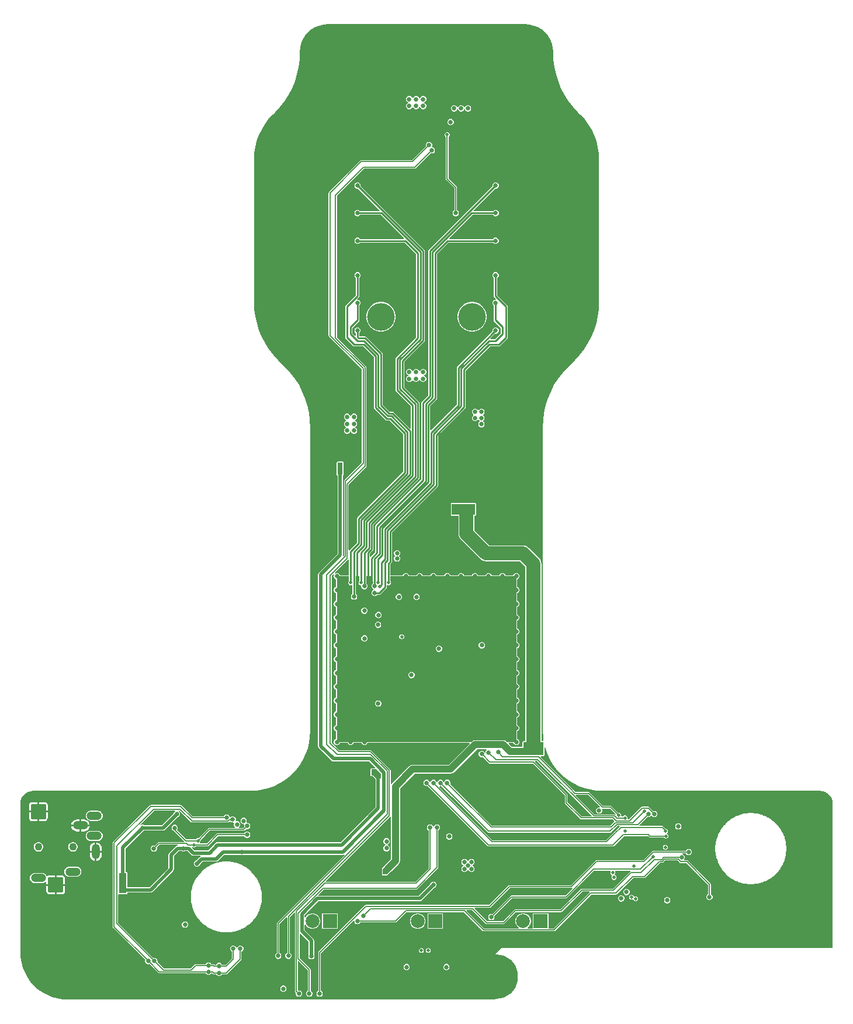
<source format=gbr>
%TF.GenerationSoftware,Altium Limited,Altium Designer,22.5.1 (42)*%
G04 Layer_Physical_Order=3*
G04 Layer_Color=14067636*
%FSLAX45Y45*%
%MOMM*%
%TF.SameCoordinates,09306DCC-7258-43E0-A79C-DC35209E08F8*%
%TF.FilePolarity,Positive*%
%TF.FileFunction,Copper,L3,Inr,Signal*%
%TF.Part,Single*%
G01*
G75*
%TA.AperFunction,Conductor*%
%ADD11C,0.12700*%
%ADD12C,0.50800*%
%ADD83C,0.25400*%
%ADD86C,1.01600*%
%ADD93R,0.74304X1.78190*%
%ADD94R,1.00000X3.00000*%
%ADD95R,2.88070X1.87065*%
%TA.AperFunction,ComponentPad*%
%ADD98C,2.00000*%
%ADD99R,2.00000X2.00000*%
%ADD100C,1.10000*%
G04:AMPARAMS|DCode=101|XSize=2.2mm|YSize=2.2mm|CornerRadius=0.22mm|HoleSize=0mm|Usage=FLASHONLY|Rotation=180.000|XOffset=0mm|YOffset=0mm|HoleType=Round|Shape=RoundedRectangle|*
%AMROUNDEDRECTD101*
21,1,2.20000,1.76000,0,0,180.0*
21,1,1.76000,2.20000,0,0,180.0*
1,1,0.44000,-0.88000,0.88000*
1,1,0.44000,0.88000,0.88000*
1,1,0.44000,0.88000,-0.88000*
1,1,0.44000,-0.88000,-0.88000*
%
%ADD101ROUNDEDRECTD101*%
G04:AMPARAMS|DCode=102|XSize=2.2mm|YSize=1.2mm|CornerRadius=0.6mm|HoleSize=0mm|Usage=FLASHONLY|Rotation=180.000|XOffset=0mm|YOffset=0mm|HoleType=Round|Shape=RoundedRectangle|*
%AMROUNDEDRECTD102*
21,1,2.20000,0.00000,0,0,180.0*
21,1,1.00000,1.20000,0,0,180.0*
1,1,1.20000,-0.50000,0.00000*
1,1,1.20000,0.50000,0.00000*
1,1,1.20000,0.50000,0.00000*
1,1,1.20000,-0.50000,0.00000*
%
%ADD102ROUNDEDRECTD102*%
G04:AMPARAMS|DCode=103|XSize=2.2mm|YSize=1.2mm|CornerRadius=0.6mm|HoleSize=0mm|Usage=FLASHONLY|Rotation=90.000|XOffset=0mm|YOffset=0mm|HoleType=Round|Shape=RoundedRectangle|*
%AMROUNDEDRECTD103*
21,1,2.20000,0.00000,0,0,90.0*
21,1,1.00000,1.20000,0,0,90.0*
1,1,1.20000,0.00000,0.50000*
1,1,1.20000,0.00000,-0.50000*
1,1,1.20000,0.00000,-0.50000*
1,1,1.20000,0.00000,0.50000*
%
%ADD103ROUNDEDRECTD103*%
%TA.AperFunction,ViaPad*%
%ADD104C,6.50000*%
%TA.AperFunction,ComponentPad*%
%ADD105C,4.00000*%
%ADD106C,0.65000*%
%TA.AperFunction,ViaPad*%
%ADD107C,0.46000*%
%ADD108C,0.66000*%
%TA.AperFunction,Conductor*%
%ADD109C,2.03200*%
%ADD110R,3.35000X1.61863*%
G36*
X1489419Y5031729D02*
X1552253Y5016644D01*
X1611953Y4991916D01*
X1667049Y4958152D01*
X1716186Y4916186D01*
X1758152Y4867049D01*
X1791916Y4811953D01*
X1816644Y4752253D01*
X1831729Y4689419D01*
X1835803Y4637663D01*
X1835637Y4625000D01*
X1835637D01*
X1840285Y4518542D01*
X1854194Y4412894D01*
X1877258Y4308861D01*
X1909301Y4207233D01*
X1950079Y4108785D01*
X1999283Y4014266D01*
X2056537Y3924395D01*
X2121406Y3839856D01*
X2193397Y3761292D01*
X2193450Y3761345D01*
X2230606Y3724188D01*
X2232601Y3723362D01*
X2291816Y3658028D01*
X2345532Y3585601D01*
X2391890Y3508258D01*
X2430443Y3426743D01*
X2460822Y3341841D01*
X2482732Y3254371D01*
X2495963Y3165175D01*
X2500289Y3077106D01*
X2499463Y3075111D01*
Y3000000D01*
X2499462Y1013750D01*
X2500325Y1011667D01*
X2495874Y909706D01*
X2482280Y806454D01*
X2459739Y704779D01*
X2428423Y605456D01*
X2388569Y509240D01*
X2340481Y416864D01*
X2284525Y329031D01*
X2221127Y246409D01*
X2152177Y171163D01*
X2150095Y170301D01*
X2043449Y63655D01*
X2043396Y63709D01*
X1971406Y-14855D01*
X1906537Y-99395D01*
X1849282Y-189266D01*
X1800079Y-283785D01*
X1759300Y-382233D01*
X1727257Y-483861D01*
X1704193Y-587894D01*
X1690285Y-693542D01*
X1685637Y-800000D01*
X1685712D01*
X1685712Y-800000D01*
Y-5200000D01*
X1685765Y-5200128D01*
X1689920Y-5284711D01*
X1697014Y-5332534D01*
X1685798Y-5343476D01*
X1665286D01*
Y-2777152D01*
X1665286Y-2777150D01*
X1661358Y-2747312D01*
X1649841Y-2719507D01*
X1631520Y-2695630D01*
X1631519Y-2695630D01*
X1479934Y-2544044D01*
X1456057Y-2525723D01*
X1428252Y-2514206D01*
X1398414Y-2510278D01*
X909964D01*
X694785Y-2295099D01*
Y-2082495D01*
X701999D01*
X711719Y-2078469D01*
X715745Y-2068748D01*
Y-1906886D01*
X711719Y-1897166D01*
X701999Y-1893139D01*
X366999D01*
X357278Y-1897166D01*
X353252Y-1906886D01*
Y-2068748D01*
X357278Y-2078469D01*
X366999Y-2082495D01*
X464212D01*
Y-2342852D01*
X468141Y-2372690D01*
X479658Y-2400495D01*
X497979Y-2424372D01*
X780691Y-2707084D01*
X804568Y-2725405D01*
X832372Y-2736922D01*
X862211Y-2740851D01*
X862213Y-2740850D01*
X1350661D01*
X1434714Y-2824903D01*
Y-5343476D01*
X1404699D01*
X1394979Y-5347502D01*
X1390953Y-5357222D01*
Y-5429099D01*
X1239189D01*
X1192717Y-5382627D01*
X1197577Y-5370894D01*
X1256730D01*
X1261759Y-5383034D01*
X1274614Y-5395890D01*
X1291411Y-5402847D01*
X1309592D01*
X1326388Y-5395890D01*
X1339244Y-5383034D01*
X1346201Y-5366238D01*
Y-5348057D01*
X1339244Y-5331260D01*
X1326388Y-5318405D01*
X1314248Y-5313376D01*
Y-5200919D01*
X1326388Y-5195890D01*
X1339244Y-5183034D01*
X1346201Y-5166238D01*
Y-5148057D01*
X1339244Y-5131261D01*
X1326388Y-5118405D01*
X1314248Y-5113376D01*
Y-5000919D01*
X1326388Y-4995890D01*
X1339244Y-4983034D01*
X1346201Y-4966238D01*
Y-4948057D01*
X1339244Y-4931260D01*
X1326388Y-4918405D01*
X1314248Y-4913376D01*
Y-4800919D01*
X1326388Y-4795890D01*
X1339244Y-4783034D01*
X1346201Y-4766238D01*
Y-4748057D01*
X1339244Y-4731261D01*
X1326388Y-4718405D01*
X1314248Y-4713376D01*
Y-4600919D01*
X1326388Y-4595890D01*
X1339244Y-4583034D01*
X1346201Y-4566238D01*
Y-4548057D01*
X1339244Y-4531260D01*
X1326388Y-4518405D01*
X1314248Y-4513376D01*
Y-4400919D01*
X1326388Y-4395890D01*
X1339244Y-4383034D01*
X1346201Y-4366238D01*
Y-4348057D01*
X1339244Y-4331261D01*
X1326388Y-4318405D01*
X1314248Y-4313376D01*
Y-4200919D01*
X1326388Y-4195890D01*
X1339244Y-4183035D01*
X1346201Y-4166238D01*
Y-4148057D01*
X1339244Y-4131261D01*
X1326388Y-4118405D01*
X1314248Y-4113376D01*
Y-4000919D01*
X1326388Y-3995890D01*
X1339244Y-3983034D01*
X1346201Y-3966238D01*
Y-3948057D01*
X1339244Y-3931260D01*
X1326388Y-3918405D01*
X1314248Y-3913376D01*
Y-3800919D01*
X1326388Y-3795890D01*
X1339244Y-3783034D01*
X1346201Y-3766238D01*
Y-3748057D01*
X1339244Y-3731261D01*
X1326388Y-3718405D01*
X1314248Y-3713376D01*
Y-3600919D01*
X1326388Y-3595890D01*
X1339244Y-3583034D01*
X1346201Y-3566238D01*
Y-3548057D01*
X1339244Y-3531260D01*
X1326388Y-3518405D01*
X1314248Y-3513376D01*
Y-3400919D01*
X1326388Y-3395890D01*
X1339244Y-3383034D01*
X1346201Y-3366238D01*
Y-3348057D01*
X1339244Y-3331261D01*
X1326388Y-3318405D01*
X1314248Y-3313376D01*
Y-3200920D01*
X1326389Y-3195891D01*
X1339245Y-3183036D01*
X1346202Y-3166239D01*
Y-3148058D01*
X1339245Y-3131262D01*
X1326389Y-3118406D01*
X1314248Y-3113377D01*
Y-3000919D01*
X1326388Y-2995890D01*
X1339244Y-2983034D01*
X1346201Y-2966238D01*
Y-2948057D01*
X1339244Y-2931260D01*
X1326388Y-2918405D01*
X1309592Y-2911447D01*
X1291411D01*
X1274614Y-2918405D01*
X1261759Y-2931260D01*
X1256730Y-2943401D01*
X1144270D01*
X1139242Y-2931261D01*
X1126386Y-2918406D01*
X1109589Y-2911448D01*
X1091409D01*
X1074612Y-2918406D01*
X1061756Y-2931261D01*
X1056728Y-2943401D01*
X944270D01*
X939242Y-2931261D01*
X926386Y-2918406D01*
X909589Y-2911448D01*
X891409D01*
X874612Y-2918406D01*
X861756Y-2931261D01*
X856728Y-2943401D01*
X744269D01*
X739241Y-2931261D01*
X726385Y-2918406D01*
X709588Y-2911448D01*
X691408D01*
X674611Y-2918406D01*
X661755Y-2931261D01*
X656727Y-2943401D01*
X544270D01*
X539242Y-2931261D01*
X526386Y-2918406D01*
X509590Y-2911448D01*
X491409D01*
X474612Y-2918406D01*
X461757Y-2931261D01*
X456729Y-2943401D01*
X344270D01*
X339242Y-2931261D01*
X326386Y-2918406D01*
X309590Y-2911448D01*
X291409D01*
X274613Y-2918406D01*
X261757Y-2931261D01*
X256729Y-2943401D01*
X144270D01*
X139242Y-2931261D01*
X126387Y-2918406D01*
X109590Y-2911448D01*
X91409D01*
X74613Y-2918406D01*
X61757Y-2931261D01*
X56729Y-2943401D01*
X-55729D01*
X-60758Y-2931261D01*
X-73613Y-2918406D01*
X-90410Y-2911448D01*
X-108591D01*
X-125387Y-2918406D01*
X-138243Y-2931261D01*
X-143271Y-2943401D01*
X-255729D01*
X-260757Y-2931261D01*
X-273613Y-2918406D01*
X-290410Y-2911448D01*
X-308590D01*
X-325387Y-2918406D01*
X-338243Y-2931261D01*
X-343271Y-2943401D01*
X-524102D01*
Y-2779723D01*
X-509615Y-2765236D01*
X-504001Y-2756834D01*
X-502030Y-2746923D01*
Y-2321708D01*
X158812Y-1660865D01*
X164426Y-1652464D01*
X166398Y-1642553D01*
Y-920227D01*
X558353Y-528272D01*
X563967Y-519870D01*
X565938Y-509959D01*
Y21550D01*
X918490Y374102D01*
X1050000D01*
X1059911Y376074D01*
X1068312Y381688D01*
X1168312Y481688D01*
X1173926Y490089D01*
X1175898Y500000D01*
Y950000D01*
X1173926Y959911D01*
X1168312Y968313D01*
X1025898Y1110727D01*
Y1361269D01*
X1038743Y1374114D01*
X1045700Y1390911D01*
Y1409091D01*
X1038743Y1425888D01*
X1025887Y1438744D01*
X1009090Y1445701D01*
X990910D01*
X974113Y1438744D01*
X961257Y1425888D01*
X954300Y1409091D01*
Y1390911D01*
X961257Y1374114D01*
X974102Y1361269D01*
Y1100000D01*
X976074Y1090090D01*
X981688Y1081688D01*
X1004975Y1058400D01*
X999714Y1045700D01*
X990910D01*
X974113Y1038743D01*
X961257Y1025887D01*
X954300Y1009091D01*
Y990910D01*
X961257Y974114D01*
X974102Y961269D01*
Y750000D01*
X976074Y740089D01*
X981688Y731688D01*
X1074103Y639273D01*
Y560727D01*
X989273Y475898D01*
X929116D01*
X924256Y487631D01*
X990925Y554300D01*
X1009090D01*
X1025887Y561257D01*
X1038743Y574113D01*
X1045700Y590910D01*
Y609090D01*
X1038743Y625887D01*
X1025887Y638743D01*
X1009090Y645700D01*
X990910D01*
X974113Y638743D01*
X961257Y625887D01*
X954300Y609090D01*
Y590925D01*
X445528Y82153D01*
X439915Y73751D01*
X437943Y63841D01*
Y-467669D01*
X63831Y-841781D01*
X52098Y-836921D01*
Y-490441D01*
X144512Y-398027D01*
X150126Y-389625D01*
X152097Y-379714D01*
Y1707709D01*
X318491Y1874102D01*
X961269D01*
X974113Y1861258D01*
X990910Y1854301D01*
X1009091D01*
X1025887Y1861258D01*
X1038743Y1874114D01*
X1045700Y1890910D01*
Y1909091D01*
X1038743Y1925887D01*
X1025887Y1938743D01*
X1009091Y1945700D01*
X990910D01*
X974113Y1938743D01*
X961268Y1925898D01*
X332998D01*
X328138Y1937631D01*
X664610Y2274103D01*
X961269D01*
X974113Y2261258D01*
X990910Y2254301D01*
X1009090D01*
X1025887Y2261258D01*
X1038743Y2274114D01*
X1045700Y2290910D01*
Y2309091D01*
X1038743Y2325888D01*
X1025887Y2338743D01*
X1009090Y2345701D01*
X990910D01*
X974113Y2338743D01*
X961268Y2325898D01*
X679116D01*
X674255Y2337631D01*
X990925Y2654301D01*
X1009090D01*
X1025887Y2661258D01*
X1038743Y2674114D01*
X1045700Y2690910D01*
Y2709091D01*
X1038743Y2725887D01*
X1025887Y2738743D01*
X1009090Y2745700D01*
X990910D01*
X974113Y2738743D01*
X961257Y2725887D01*
X954300Y2709091D01*
Y2690925D01*
X31688Y1768313D01*
X26074Y1759911D01*
X24102Y1750000D01*
Y-337424D01*
X-68312Y-429839D01*
X-73926Y-438240D01*
X-75897Y-448151D01*
Y-1552918D01*
X-736740Y-2213760D01*
X-742354Y-2222162D01*
X-744325Y-2232073D01*
Y-2605320D01*
X-811402Y-2672397D01*
X-824102Y-2667137D01*
Y-2630135D01*
X-775286Y-2581319D01*
X-769673Y-2572917D01*
X-767701Y-2563007D01*
Y-2503227D01*
X-767702Y-2503222D01*
Y-2211662D01*
X-106860Y-1550820D01*
X-101246Y-1542418D01*
X-99275Y-1532508D01*
Y-451707D01*
X-101246Y-441796D01*
X-106860Y-433394D01*
X-324102Y-216152D01*
Y147851D01*
X-31688Y440266D01*
X-26074Y448668D01*
X-24102Y458579D01*
Y1750000D01*
X-26074Y1759911D01*
X-31688Y1768313D01*
X-954300Y2690926D01*
Y2709091D01*
X-961258Y2725888D01*
X-974113Y2738743D01*
X-990910Y2745701D01*
X-1009091D01*
X-1025887Y2738743D01*
X-1038743Y2725888D01*
X-1045700Y2709091D01*
Y2690910D01*
X-1038743Y2674114D01*
X-1025887Y2661258D01*
X-1009091Y2654301D01*
X-990925D01*
X-674256Y2337631D01*
X-679116Y2325898D01*
X-961268D01*
X-974113Y2338743D01*
X-990910Y2345700D01*
X-1009090D01*
X-1025887Y2338743D01*
X-1038743Y2325887D01*
X-1045700Y2309091D01*
Y2290910D01*
X-1038743Y2274114D01*
X-1025887Y2261258D01*
X-1009090Y2254301D01*
X-990910D01*
X-974113Y2261258D01*
X-961268Y2274103D01*
X-664609D01*
X-328137Y1937631D01*
X-332997Y1925898D01*
X-961268D01*
X-974113Y1938743D01*
X-990909Y1945700D01*
X-1009090D01*
X-1025887Y1938743D01*
X-1038742Y1925887D01*
X-1045700Y1909091D01*
Y1890910D01*
X-1038742Y1874113D01*
X-1025887Y1861258D01*
X-1009090Y1854300D01*
X-990909D01*
X-974113Y1861258D01*
X-961268Y1874103D01*
X-318490D01*
X-152097Y1707710D01*
Y500869D01*
X-444512Y208454D01*
X-450126Y200052D01*
X-452098Y190142D01*
Y-258442D01*
X-450126Y-268353D01*
X-444512Y-276755D01*
X-227270Y-493997D01*
Y-811750D01*
X-239003Y-816610D01*
X-270087Y-785526D01*
X-270090Y-785522D01*
X-473925Y-581687D01*
X-482327Y-576073D01*
X-492238Y-574101D01*
X-535391D01*
X-636003Y-473490D01*
Y261900D01*
X-637974Y271811D01*
X-643588Y280213D01*
X-869788Y506413D01*
X-878190Y512027D01*
X-888100Y513998D01*
X-973491D01*
X-974102Y514609D01*
Y561268D01*
X-961257Y574113D01*
X-954300Y590910D01*
Y609091D01*
X-961257Y625887D01*
X-974113Y638743D01*
X-990909Y645700D01*
X-1009090D01*
X-1025887Y638743D01*
X-1038742Y625887D01*
X-1045700Y609091D01*
Y590910D01*
X-1038742Y574113D01*
X-1025897Y561268D01*
Y529116D01*
X-1037631Y524256D01*
X-1074102Y560728D01*
Y639273D01*
X-981687Y731688D01*
X-976073Y740090D01*
X-974102Y750000D01*
Y961269D01*
X-961257Y974114D01*
X-954300Y990910D01*
Y1009091D01*
X-961257Y1025887D01*
X-974113Y1038743D01*
X-990910Y1045700D01*
X-999714D01*
X-1004975Y1058400D01*
X-981687Y1081688D01*
X-976073Y1090090D01*
X-974102Y1100000D01*
Y1361269D01*
X-961258Y1374114D01*
X-954300Y1390910D01*
Y1409091D01*
X-961258Y1425888D01*
X-974113Y1438743D01*
X-990910Y1445701D01*
X-1009091D01*
X-1025887Y1438743D01*
X-1038743Y1425888D01*
X-1045700Y1409091D01*
Y1390910D01*
X-1038743Y1374114D01*
X-1025897Y1361268D01*
Y1110728D01*
X-1168312Y968313D01*
X-1173926Y959911D01*
X-1175897Y950000D01*
Y500000D01*
X-1173926Y490090D01*
X-1168312Y481688D01*
X-1068312Y381688D01*
X-1059910Y376074D01*
X-1050000Y374103D01*
X-918490D01*
X-763998Y219610D01*
Y-227799D01*
X-763997Y-227804D01*
Y-515781D01*
X-762025Y-525692D01*
X-756411Y-534094D01*
X-595994Y-694511D01*
X-587592Y-700125D01*
X-577681Y-702097D01*
X-534528D01*
X-341569Y-895056D01*
Y-1442873D01*
X-1002411Y-2103716D01*
X-1008025Y-2112117D01*
X-1009996Y-2122028D01*
Y-2473372D01*
X-1117877Y-2581252D01*
X-1119745Y-2581161D01*
X-1130577Y-2577183D01*
Y-1632150D01*
X-875007Y-1376580D01*
X-870797Y-1370278D01*
X-869318Y-1362845D01*
Y65016D01*
X-870797Y72449D01*
X-875007Y78750D01*
X-1299451Y503194D01*
Y2550756D01*
X-905049Y2945158D01*
X-168589D01*
X-161156Y2946636D01*
X-154855Y2950847D01*
X61058Y3166760D01*
X67522Y3164083D01*
X85703D01*
X102499Y3171040D01*
X115355Y3183896D01*
X122312Y3200692D01*
Y3218873D01*
X115355Y3235669D01*
X102499Y3248525D01*
X85749Y3255463D01*
X85701Y3255485D01*
X78318Y3268183D01*
X82040Y3277168D01*
Y3295349D01*
X75083Y3312146D01*
X62227Y3325001D01*
X45430Y3331959D01*
X27250D01*
X10453Y3325001D01*
X-2403Y3312146D01*
X-9360Y3295349D01*
Y3277168D01*
X-6682Y3270705D01*
X-211051Y3066337D01*
X-946418D01*
X-946419Y3066337D01*
X-953852Y3064858D01*
X-960154Y3060648D01*
X-1412980Y2607822D01*
X-1417190Y2601521D01*
X-1418669Y2594088D01*
Y529440D01*
X-1417190Y522007D01*
X-1412980Y515706D01*
X-937379Y40106D01*
Y-1313967D01*
X-1189134Y-1565722D01*
X-1193345Y-1572023D01*
X-1194823Y-1579456D01*
Y-1639479D01*
Y-2661355D01*
X-1203654Y-2668604D01*
X-1213388Y-2661232D01*
X-1211154Y-2650000D01*
Y-1501421D01*
X-1202632Y-1497891D01*
X-1198606Y-1488171D01*
Y-1309981D01*
X-1202632Y-1300261D01*
X-1212352Y-1296234D01*
X-1286657D01*
X-1296377Y-1300261D01*
X-1300403Y-1309981D01*
Y-1488171D01*
X-1296377Y-1497891D01*
X-1288847Y-1501010D01*
Y-2633909D01*
X-1559966Y-2905028D01*
X-1568386Y-2917631D01*
X-1571344Y-2932497D01*
Y-5417503D01*
X-1568386Y-5432369D01*
X-1559966Y-5444971D01*
X-1377468Y-5627469D01*
X-1364866Y-5635889D01*
X-1350000Y-5638846D01*
X-831048D01*
X-744339Y-5725555D01*
X-749199Y-5737289D01*
X-796022D01*
X-805742Y-5741315D01*
X-809769Y-5751035D01*
Y-5837999D01*
X-805742Y-5847719D01*
X-796022Y-5851745D01*
X-779716D01*
X-738846Y-5892616D01*
Y-6302434D01*
X-1243367Y-6806954D01*
X-3027494D01*
X-3042360Y-6809911D01*
X-3054962Y-6818332D01*
X-3161426Y-6924796D01*
X-3360996D01*
X-3398123Y-6887668D01*
X-3393943Y-6873888D01*
X-3393550Y-6873810D01*
X-3392095Y-6875265D01*
X-3378973Y-6880700D01*
X-3364771D01*
X-3351650Y-6875265D01*
X-3341607Y-6865222D01*
X-3341276Y-6864423D01*
X-3173710D01*
X-3166277Y-6862944D01*
X-3159976Y-6858734D01*
X-3020665Y-6719423D01*
X-2641420D01*
X-2638743Y-6725887D01*
X-2625887Y-6738743D01*
X-2609090Y-6745700D01*
X-2590909D01*
X-2574113Y-6738743D01*
X-2561257Y-6725887D01*
X-2554300Y-6709090D01*
Y-6690910D01*
X-2561257Y-6674113D01*
X-2574113Y-6661257D01*
X-2590909Y-6654300D01*
X-2609090D01*
X-2625887Y-6661257D01*
X-2638743Y-6674113D01*
X-2641420Y-6680577D01*
X-3028711D01*
X-3036144Y-6682055D01*
X-3042445Y-6686266D01*
X-3181756Y-6825577D01*
X-3282891D01*
X-3288151Y-6812877D01*
X-3282064Y-6806789D01*
X-3276629Y-6793668D01*
Y-6779465D01*
X-3276960Y-6778666D01*
X-3212029Y-6713735D01*
X-3212028Y-6713734D01*
X-3138201Y-6639908D01*
X-2647486D01*
X-2640053Y-6638429D01*
X-2633751Y-6634219D01*
X-2615554Y-6616022D01*
X-2609091Y-6618699D01*
X-2590910D01*
X-2574113Y-6611742D01*
X-2561258Y-6598886D01*
X-2554300Y-6582089D01*
Y-6563909D01*
X-2561258Y-6547112D01*
X-2574113Y-6534256D01*
X-2590910Y-6527299D01*
X-2598096D01*
X-2606582Y-6514599D01*
X-2604300Y-6509090D01*
Y-6490910D01*
X-2611257Y-6474113D01*
X-2624113Y-6461257D01*
X-2640910Y-6454300D01*
X-2659090D01*
X-2675887Y-6461257D01*
X-2688743Y-6474113D01*
X-2695700Y-6490910D01*
Y-6509090D01*
X-2688743Y-6525887D01*
X-2675887Y-6538743D01*
X-2659090Y-6545700D01*
X-2651904D01*
X-2643418Y-6558400D01*
X-2645700Y-6563909D01*
Y-6582089D01*
X-2643023Y-6588553D01*
X-2655531Y-6601061D01*
X-2718273D01*
X-2721252Y-6590417D01*
X-2721339Y-6588361D01*
X-2708865Y-6575887D01*
X-2701907Y-6559091D01*
Y-6540910D01*
X-2708865Y-6524113D01*
X-2721720Y-6511257D01*
X-2738517Y-6504300D01*
X-2756698D01*
X-2756803Y-6504344D01*
X-2766523Y-6494624D01*
X-2763030Y-6486191D01*
Y-6468010D01*
X-2769988Y-6451213D01*
X-2782843Y-6438358D01*
X-2799640Y-6431400D01*
X-2817821D01*
X-2834617Y-6438358D01*
X-2838100Y-6441841D01*
X-2841975Y-6441757D01*
X-2852261Y-6438041D01*
X-2857758Y-6424770D01*
X-2870614Y-6411914D01*
X-2887410Y-6404957D01*
X-2905591D01*
X-2922387Y-6411914D01*
X-2935243Y-6424770D01*
X-2937920Y-6431234D01*
X-3391298D01*
X-3548269Y-6274263D01*
X-3554570Y-6270052D01*
X-3562003Y-6268574D01*
X-3997522D01*
X-3997523Y-6268573D01*
X-4004956Y-6270052D01*
X-4011257Y-6274263D01*
X-4011258Y-6274263D01*
X-4540176Y-6803181D01*
X-4544386Y-6809482D01*
X-4545865Y-6816915D01*
Y-8033230D01*
X-4544386Y-8040663D01*
X-4540176Y-8046964D01*
X-4076440Y-8510700D01*
X-4079118Y-8517164D01*
Y-8535344D01*
X-4072161Y-8552141D01*
X-4059305Y-8564997D01*
X-4042508Y-8571954D01*
X-4024327D01*
X-4017864Y-8569276D01*
X-3890139Y-8697001D01*
X-3890139Y-8697002D01*
X-3883837Y-8701212D01*
X-3876404Y-8702690D01*
X-3202182D01*
X-3199505Y-8709154D01*
X-3186649Y-8722010D01*
X-3169853Y-8728967D01*
X-3151672D01*
X-3134875Y-8722010D01*
X-3122020Y-8709154D01*
X-3119885Y-8704001D01*
X-3107609Y-8702809D01*
X-3096183Y-8714235D01*
X-3089882Y-8718446D01*
X-3082448Y-8719924D01*
X-3048568D01*
X-3045891Y-8726388D01*
X-3033035Y-8739244D01*
X-3016238Y-8746201D01*
X-2998058D01*
X-2981261Y-8739244D01*
X-2968405Y-8726388D01*
X-2965728Y-8719924D01*
X-2900501D01*
X-2893068Y-8718446D01*
X-2886767Y-8714235D01*
X-2686266Y-8513735D01*
X-2686266Y-8513734D01*
X-2682055Y-8507433D01*
X-2680577Y-8500000D01*
Y-8391420D01*
X-2674113Y-8388743D01*
X-2661257Y-8375887D01*
X-2654300Y-8359090D01*
Y-8340910D01*
X-2661257Y-8324113D01*
X-2674113Y-8311257D01*
X-2690910Y-8304300D01*
X-2709090D01*
X-2725887Y-8311257D01*
X-2738743Y-8324113D01*
X-2743127Y-8334698D01*
X-2756873D01*
X-2761257Y-8324113D01*
X-2774113Y-8311257D01*
X-2790910Y-8304300D01*
X-2809090D01*
X-2825887Y-8311257D01*
X-2838743Y-8324113D01*
X-2845700Y-8340910D01*
Y-8359090D01*
X-2838743Y-8375887D01*
X-2825887Y-8388743D01*
X-2819423Y-8391420D01*
Y-8491955D01*
X-2908546Y-8581078D01*
X-2965728D01*
X-2968405Y-8574614D01*
X-2981261Y-8561758D01*
X-2998058Y-8554801D01*
X-3016238D01*
X-3033035Y-8561758D01*
X-3045891Y-8574614D01*
X-3048568Y-8581078D01*
X-3070115D01*
X-3071975Y-8579217D01*
X-3078276Y-8575007D01*
X-3085709Y-8573528D01*
X-3119342D01*
X-3122020Y-8567065D01*
X-3134875Y-8554209D01*
X-3151672Y-8547252D01*
X-3169853D01*
X-3186649Y-8554209D01*
X-3199505Y-8567065D01*
X-3202182Y-8573528D01*
X-3348386D01*
X-3355819Y-8575007D01*
X-3362120Y-8579217D01*
X-3421347Y-8638444D01*
X-3804424D01*
X-3901061Y-8541807D01*
X-3898383Y-8535344D01*
Y-8517163D01*
X-3905340Y-8500367D01*
X-3918196Y-8487511D01*
X-3934993Y-8480554D01*
X-3953173D01*
X-3959637Y-8483231D01*
X-4468616Y-7974252D01*
Y-7567418D01*
X-4455916Y-7561296D01*
X-4450000Y-7563746D01*
X-4350000D01*
X-4340280Y-7559720D01*
X-4336253Y-7550000D01*
Y-7538846D01*
X-4000000D01*
X-3985134Y-7535889D01*
X-3972532Y-7527469D01*
X-3672531Y-7227468D01*
X-3664111Y-7214866D01*
X-3661153Y-7200000D01*
Y-7004703D01*
X-3590872Y-6934422D01*
X-3548464D01*
X-3531918Y-6941275D01*
X-3513737D01*
X-3497192Y-6934422D01*
X-3461244D01*
X-3404555Y-6991111D01*
X-3391953Y-6999532D01*
X-3377087Y-7002489D01*
X-3279040D01*
X-3276978Y-7008920D01*
X-3276927Y-7015189D01*
X-3287916Y-7022531D01*
X-3335648Y-7070263D01*
X-3352194Y-7077117D01*
X-3365050Y-7089972D01*
X-3372007Y-7106769D01*
Y-7124950D01*
X-3365050Y-7141746D01*
X-3352194Y-7154602D01*
X-3335397Y-7161559D01*
X-3317217D01*
X-3300420Y-7154602D01*
X-3287564Y-7141746D01*
X-3280711Y-7125200D01*
X-3244357Y-7088846D01*
X-3050000D01*
X-3035134Y-7085889D01*
X-3022531Y-7077468D01*
X-2933909Y-6988847D01*
X-2700637D01*
X-2684091Y-6995700D01*
X-2665910D01*
X-2649364Y-6988847D01*
X-1212710D01*
X-1197844Y-6985890D01*
X-1190242Y-6980810D01*
X-1182146Y-6990675D01*
X-2163734Y-7972263D01*
X-2167945Y-7978564D01*
X-2169423Y-7985997D01*
Y-8408580D01*
X-2175887Y-8411257D01*
X-2188743Y-8424113D01*
X-2195700Y-8440910D01*
Y-8459091D01*
X-2188743Y-8475887D01*
X-2175887Y-8488743D01*
X-2159090Y-8495700D01*
X-2140910D01*
X-2124113Y-8488743D01*
X-2111257Y-8475887D01*
X-2104300Y-8459091D01*
Y-8440910D01*
X-2111257Y-8424113D01*
X-2124113Y-8411257D01*
X-2130577Y-8408580D01*
Y-7994042D01*
X-2032123Y-7895588D01*
X-2019423Y-7900849D01*
Y-8408580D01*
X-2025887Y-8411257D01*
X-2038742Y-8424113D01*
X-2045700Y-8440910D01*
Y-8459091D01*
X-2038742Y-8475887D01*
X-2025887Y-8488743D01*
X-2009090Y-8495700D01*
X-1990909D01*
X-1974113Y-8488743D01*
X-1961257Y-8475887D01*
X-1954300Y-8459091D01*
Y-8440910D01*
X-1961257Y-8424113D01*
X-1974113Y-8411257D01*
X-1980577Y-8408580D01*
Y-7891301D01*
X-1915952Y-7826677D01*
X-1904219Y-7831538D01*
Y-8965204D01*
X-1902741Y-8972637D01*
X-1898530Y-8978938D01*
X-1893022Y-8984446D01*
X-1895700Y-8990910D01*
Y-9009090D01*
X-1888742Y-9025887D01*
X-1875887Y-9038743D01*
X-1859090Y-9045700D01*
X-1840909D01*
X-1824113Y-9038743D01*
X-1811257Y-9025887D01*
X-1804300Y-9009090D01*
Y-8990910D01*
X-1811257Y-8974113D01*
X-1824113Y-8961257D01*
X-1840909Y-8954300D01*
X-1859090D01*
X-1865373Y-8950102D01*
Y-8528689D01*
X-1853640Y-8523829D01*
X-1719423Y-8658045D01*
Y-8958580D01*
X-1725887Y-8961257D01*
X-1738743Y-8974113D01*
X-1745700Y-8990910D01*
Y-9009090D01*
X-1738743Y-9025887D01*
X-1725887Y-9038743D01*
X-1709090Y-9045700D01*
X-1690909D01*
X-1674113Y-9038743D01*
X-1661257Y-9025887D01*
X-1654300Y-9009090D01*
Y-8990910D01*
X-1661257Y-8974113D01*
X-1674113Y-8961257D01*
X-1680577Y-8958580D01*
Y-8650000D01*
X-1682055Y-8642567D01*
X-1686266Y-8636266D01*
X-1839973Y-8482558D01*
Y-8132925D01*
X-1827273Y-8127664D01*
X-1707608Y-8247329D01*
Y-8431621D01*
X-1714462Y-8448167D01*
Y-8466348D01*
X-1707505Y-8483144D01*
X-1694649Y-8496000D01*
X-1677852Y-8502957D01*
X-1659672D01*
X-1642875Y-8496000D01*
X-1630019Y-8483144D01*
X-1623062Y-8466348D01*
Y-8448167D01*
X-1629915Y-8431621D01*
Y-8231238D01*
X-1632873Y-8216372D01*
X-1641293Y-8203769D01*
X-1766384Y-8078679D01*
Y-8006146D01*
X-1753684Y-8002743D01*
X-1744182Y-8019199D01*
X-1723199Y-8040182D01*
X-1697501Y-8055020D01*
X-1668837Y-8062700D01*
X-1639163D01*
X-1610499Y-8055020D01*
X-1584800Y-8040182D01*
X-1563818Y-8019199D01*
X-1548980Y-7993500D01*
X-1541300Y-7964837D01*
Y-7935163D01*
X-1548980Y-7906499D01*
X-1563818Y-7880800D01*
X-1584800Y-7859817D01*
X-1610499Y-7844980D01*
X-1639163Y-7837300D01*
X-1668837D01*
X-1697501Y-7844980D01*
X-1723199Y-7859817D01*
X-1744182Y-7880800D01*
X-1753684Y-7897256D01*
X-1766384Y-7893853D01*
Y-7860860D01*
X-1566716Y-7661193D01*
X-97407D01*
X-82541Y-7658236D01*
X-69938Y-7649815D01*
X109342Y-7470534D01*
X125888Y-7463681D01*
X138744Y-7450825D01*
X145701Y-7434029D01*
Y-7415848D01*
X138744Y-7399051D01*
X125888Y-7386196D01*
X109091Y-7379238D01*
X90911D01*
X74114Y-7386196D01*
X61258Y-7399051D01*
X54405Y-7415597D01*
X-113498Y-7583500D01*
X-1562760D01*
X-1567621Y-7571766D01*
X-1486976Y-7491121D01*
X-147841D01*
X-140408Y-7489643D01*
X-134107Y-7485433D01*
X163736Y-7187590D01*
X167946Y-7181289D01*
X169424Y-7173856D01*
Y-6636359D01*
X175888Y-6633681D01*
X188744Y-6620825D01*
X195701Y-6604029D01*
Y-6585848D01*
X188744Y-6569052D01*
X175888Y-6556196D01*
X159092Y-6549239D01*
X140911D01*
X124114Y-6556196D01*
X111259Y-6569052D01*
X106874Y-6579636D01*
X93128D01*
X88744Y-6569051D01*
X75888Y-6556195D01*
X59091Y-6549238D01*
X40911D01*
X24114Y-6556195D01*
X11258Y-6569051D01*
X4301Y-6585848D01*
Y-6604028D01*
X11258Y-6620825D01*
X24114Y-6633681D01*
X30578Y-6636358D01*
Y-7191954D01*
X-158045Y-7380577D01*
X-1453259D01*
X-1458119Y-7368844D01*
X-527443Y-6438167D01*
X-521303Y-6439193D01*
X-514743Y-6442765D01*
Y-7052429D01*
X-601794Y-7139481D01*
X-603599Y-7142182D01*
X-643628Y-7182211D01*
X-647654Y-7191931D01*
X-647654Y-7191932D01*
X-647653Y-7275733D01*
X-643627Y-7285453D01*
X-633907Y-7289479D01*
X-575733D01*
X-566013Y-7285453D01*
X-566012Y-7285453D01*
X-514360Y-7233801D01*
X-510232Y-7231042D01*
X-404218Y-7125028D01*
X-390183Y-7104024D01*
X-385254Y-7079247D01*
Y-6026816D01*
X-173182Y-5814744D01*
X350000D01*
X374776Y-5809816D01*
X395781Y-5795781D01*
X732677Y-5458885D01*
X866937D01*
X871434Y-5471585D01*
X861758Y-5481261D01*
X854801Y-5498057D01*
Y-5510631D01*
X842101Y-5513157D01*
X839244Y-5506260D01*
X826388Y-5493404D01*
X809592Y-5486447D01*
X791411D01*
X774615Y-5493404D01*
X761759Y-5506260D01*
X754802Y-5523057D01*
Y-5541237D01*
X761759Y-5558034D01*
X774615Y-5570890D01*
X791411Y-5577847D01*
X809592D01*
X816056Y-5575169D01*
X904620Y-5663734D01*
X910921Y-5667944D01*
X918355Y-5669423D01*
X1541954D01*
X2004862Y-6132331D01*
Y-6237003D01*
X2006341Y-6244436D01*
X2010551Y-6250737D01*
X2227713Y-6467899D01*
X2234015Y-6472109D01*
X2241448Y-6473588D01*
X2696119D01*
X2719676Y-6497145D01*
X2720528Y-6502193D01*
X2718717Y-6514147D01*
X2664130Y-6568735D01*
X946203D01*
X463734Y-6086265D01*
X343022Y-5965554D01*
X345700Y-5959090D01*
Y-5940910D01*
X338743Y-5924113D01*
X325887Y-5911257D01*
X309090Y-5904300D01*
X290910D01*
X274113Y-5911257D01*
X261257Y-5924113D01*
X256873Y-5934697D01*
X243127D01*
X238743Y-5924113D01*
X225887Y-5911257D01*
X209091Y-5904300D01*
X190910D01*
X174113Y-5911257D01*
X161257Y-5924113D01*
X156873Y-5934698D01*
X143127D01*
X138743Y-5924113D01*
X125887Y-5911257D01*
X109090Y-5904300D01*
X90910D01*
X74113Y-5911257D01*
X61257Y-5924113D01*
X56873Y-5934698D01*
X43127D01*
X38743Y-5924113D01*
X25887Y-5911257D01*
X9090Y-5904300D01*
X-9090D01*
X-25887Y-5911257D01*
X-38743Y-5924113D01*
X-45700Y-5940910D01*
Y-5959090D01*
X-38743Y-5975887D01*
X-25887Y-5988743D01*
X-9090Y-5995700D01*
X9090D01*
X15554Y-5993023D01*
X251888Y-6229356D01*
X251888Y-6229357D01*
X886266Y-6863734D01*
X892567Y-6867945D01*
X900000Y-6869423D01*
X2700000D01*
X2707433Y-6867945D01*
X2713734Y-6863734D01*
X2858045Y-6719423D01*
X3210732D01*
X3224183Y-6732874D01*
X3230485Y-6737085D01*
X3237918Y-6738563D01*
X3237919Y-6738563D01*
X3437122D01*
X3437453Y-6739362D01*
X3447496Y-6749405D01*
X3460617Y-6754840D01*
X3474819D01*
X3487941Y-6749405D01*
X3497983Y-6739362D01*
X3503418Y-6726241D01*
Y-6712039D01*
X3497983Y-6698918D01*
X3488773Y-6689707D01*
X3487899Y-6688171D01*
X3487105Y-6674782D01*
X3492798Y-6669089D01*
X3498233Y-6655967D01*
Y-6641765D01*
X3492798Y-6628644D01*
X3482755Y-6618601D01*
X3469634Y-6613166D01*
X3465064D01*
X3429886Y-6577988D01*
X3423584Y-6573778D01*
X3416151Y-6572299D01*
X3085480D01*
X3080219Y-6559599D01*
X3199821Y-6439997D01*
X3206285Y-6442674D01*
X3224466D01*
X3241262Y-6435717D01*
X3248560Y-6428419D01*
X3259665Y-6426205D01*
X3264472Y-6429101D01*
X3274113Y-6438743D01*
X3290910Y-6445700D01*
X3309090D01*
X3325887Y-6438743D01*
X3338743Y-6425887D01*
X3345700Y-6409090D01*
Y-6390909D01*
X3338743Y-6374113D01*
X3325887Y-6361257D01*
X3309090Y-6354300D01*
X3290910D01*
X3284446Y-6356977D01*
X3227160Y-6299692D01*
X3220859Y-6295481D01*
X3213426Y-6294003D01*
X3120405D01*
X3112972Y-6295481D01*
X3106671Y-6299692D01*
X2930721Y-6475642D01*
X2919957Y-6474815D01*
X2912566Y-6463531D01*
Y-6449329D01*
X2907131Y-6436208D01*
X2897089Y-6426165D01*
X2883967Y-6420730D01*
X2869765D01*
X2856644Y-6426165D01*
X2846601Y-6436208D01*
X2846270Y-6437007D01*
X2832013D01*
X2821987Y-6428024D01*
Y-6413822D01*
X2816552Y-6400701D01*
X2806509Y-6390658D01*
X2793388Y-6385223D01*
X2779186D01*
X2778386Y-6385554D01*
X2680961Y-6288129D01*
X2674660Y-6283919D01*
X2667227Y-6282440D01*
X2559909D01*
X2363734Y-6086266D01*
X2357433Y-6082055D01*
X2350000Y-6080577D01*
X2161345D01*
X2093382Y-6012614D01*
X1650536Y-5569768D01*
X1655396Y-5558034D01*
X1692769D01*
X1702489Y-5554008D01*
X1706515Y-5544288D01*
Y-5437048D01*
X1719119Y-5435494D01*
X1722973Y-5450876D01*
X1751545Y-5530731D01*
X1787807Y-5607401D01*
X1831410Y-5680147D01*
X1881932Y-5748269D01*
X1938889Y-5811111D01*
X2001731Y-5868068D01*
X2069853Y-5918590D01*
X2142599Y-5962193D01*
X2219269Y-5998455D01*
X2299124Y-6027027D01*
X2381395Y-6047635D01*
X2465289Y-6060080D01*
X2549872Y-6064235D01*
X2550000Y-6064288D01*
X5700000D01*
X5701396Y-6063710D01*
X5736370Y-6067155D01*
X5771343Y-6077764D01*
X5803574Y-6094991D01*
X5831824Y-6118176D01*
X5855009Y-6146426D01*
X5872236Y-6178657D01*
X5882845Y-6213630D01*
X5886290Y-6248604D01*
X5885712Y-6250000D01*
Y-8340151D01*
X1084849D01*
X1000000Y-8425000D01*
Y-9085712D01*
X-5200000D01*
X-5201909Y-9086503D01*
X-5276876Y-9082293D01*
X-5352785Y-9069395D01*
X-5426773Y-9048080D01*
X-5497909Y-9018614D01*
X-5565298Y-8981369D01*
X-5628094Y-8936813D01*
X-5685507Y-8885506D01*
X-5736813Y-8828094D01*
X-5781369Y-8765298D01*
X-5818614Y-8697909D01*
X-5848080Y-8626773D01*
X-5869395Y-8552785D01*
X-5882293Y-8476876D01*
X-5886503Y-8401909D01*
X-5885712Y-8400000D01*
Y-6250000D01*
X-5886290Y-6248604D01*
X-5882845Y-6213630D01*
X-5872236Y-6178657D01*
X-5855009Y-6146426D01*
X-5831824Y-6118176D01*
X-5803574Y-6094991D01*
X-5771343Y-6077764D01*
X-5736370Y-6067155D01*
X-5701396Y-6063710D01*
X-5700000Y-6064288D01*
X-2550000D01*
X-2549872Y-6064235D01*
X-2465289Y-6060080D01*
X-2381395Y-6047635D01*
X-2299124Y-6027027D01*
X-2219269Y-5998455D01*
X-2142599Y-5962193D01*
X-2069853Y-5918590D01*
X-2001731Y-5868068D01*
X-1938889Y-5811111D01*
X-1881932Y-5748269D01*
X-1831410Y-5680147D01*
X-1787807Y-5607401D01*
X-1751545Y-5530731D01*
X-1722973Y-5450876D01*
X-1702365Y-5368605D01*
X-1689920Y-5284711D01*
X-1685765Y-5200128D01*
X-1685712Y-5200000D01*
Y-800000D01*
X-1685712Y-800000D01*
X-1685637D01*
X-1690285Y-693542D01*
X-1704193Y-587894D01*
X-1727257Y-483861D01*
X-1759300Y-382233D01*
X-1800079Y-283785D01*
X-1849282Y-189266D01*
X-1906537Y-99395D01*
X-1971406Y-14855D01*
X-2043396Y63709D01*
X-2043449Y63655D01*
X-2150095Y170301D01*
X-2152177Y171163D01*
X-2221127Y246409D01*
X-2284525Y329031D01*
X-2340481Y416864D01*
X-2388569Y509240D01*
X-2428423Y605456D01*
X-2459739Y704779D01*
X-2482280Y806454D01*
X-2495874Y909706D01*
X-2500325Y1011667D01*
X-2499462Y1013750D01*
X-2499463Y3000000D01*
Y3075111D01*
X-2500289Y3077106D01*
X-2495963Y3165175D01*
X-2482732Y3254371D01*
X-2460822Y3341841D01*
X-2430443Y3426743D01*
X-2391890Y3508258D01*
X-2345532Y3585601D01*
X-2291816Y3658028D01*
X-2232601Y3723362D01*
X-2230606Y3724188D01*
X-2193450Y3761345D01*
X-2193397Y3761292D01*
X-2121406Y3839856D01*
X-2056537Y3924395D01*
X-1999283Y4014266D01*
X-1950079Y4108785D01*
X-1909301Y4207233D01*
X-1877258Y4308861D01*
X-1854194Y4412894D01*
X-1840285Y4518542D01*
X-1835637Y4625000D01*
X-1835637D01*
X-1835803Y4637663D01*
X-1831729Y4689419D01*
X-1816644Y4752253D01*
X-1791916Y4811953D01*
X-1758152Y4867049D01*
X-1716186Y4916186D01*
X-1667049Y4958152D01*
X-1611953Y4991916D01*
X-1552253Y5016644D01*
X-1489419Y5031729D01*
X-1427205Y5036626D01*
X-1425000Y5035712D01*
X1425000D01*
X1427205Y5036626D01*
X1489419Y5031729D01*
D02*
G37*
G36*
X-1129485Y-2718433D02*
X-1125898Y-2720918D01*
Y-2943401D01*
X-1255728D01*
X-1260756Y-2931261D01*
X-1273612Y-2918406D01*
X-1290408Y-2911448D01*
X-1308589D01*
X-1321273Y-2916702D01*
X-1328467Y-2905936D01*
X-1138598Y-2716066D01*
X-1129485Y-2718433D01*
D02*
G37*
G36*
X1300501Y-5357147D02*
X1167237D01*
X1158450Y-5348360D01*
X1137445Y-5334325D01*
X1112669Y-5329397D01*
X705859D01*
X681083Y-5334325D01*
X660078Y-5348360D01*
X651291Y-5357147D01*
X-1299499D01*
Y-2957147D01*
X-1125898D01*
Y-3025410D01*
X-1130265Y-3029778D01*
X-1135700Y-3042899D01*
Y-3057101D01*
X-1130265Y-3070222D01*
X-1120223Y-3080265D01*
X-1107101Y-3085700D01*
X-1092899D01*
X-1088598Y-3083918D01*
X-1075898Y-3092405D01*
Y-3211268D01*
X-1088743Y-3224113D01*
X-1095700Y-3240910D01*
Y-3259091D01*
X-1088743Y-3275887D01*
X-1075887Y-3288743D01*
X-1059090Y-3295700D01*
X-1040910D01*
X-1024113Y-3288743D01*
X-1011257Y-3275887D01*
X-1004300Y-3259091D01*
Y-3240910D01*
X-1011257Y-3224113D01*
X-1024102Y-3211268D01*
Y-2957147D01*
X-975897D01*
Y-3025410D01*
X-980265Y-3029778D01*
X-985700Y-3042899D01*
Y-3057101D01*
X-980265Y-3070222D01*
X-970222Y-3080265D01*
X-957261Y-3085634D01*
X-945734Y-3090859D01*
X-945700Y-3090910D01*
Y-3109090D01*
X-938743Y-3125887D01*
X-925887Y-3138743D01*
X-909090Y-3145700D01*
X-890910D01*
X-874113Y-3138743D01*
X-861257Y-3125887D01*
X-854300Y-3109090D01*
Y-3090909D01*
X-861257Y-3074113D01*
X-874102Y-3061268D01*
Y-2957147D01*
X-775898D01*
Y-3061268D01*
X-788743Y-3074113D01*
X-795700Y-3090909D01*
Y-3109090D01*
X-788743Y-3125887D01*
X-775887Y-3138743D01*
X-767298Y-3142300D01*
Y-3156047D01*
X-775887Y-3159605D01*
X-788743Y-3172460D01*
X-795700Y-3189257D01*
Y-3207438D01*
X-788743Y-3224234D01*
X-775887Y-3237090D01*
X-759090Y-3244047D01*
X-740910D01*
X-724113Y-3237090D01*
X-711268Y-3224245D01*
X-684481D01*
X-674570Y-3222273D01*
X-666168Y-3216660D01*
X-581688Y-3132179D01*
X-576074Y-3123777D01*
X-574102Y-3113867D01*
Y-3092405D01*
X-561402Y-3083918D01*
X-557101Y-3085700D01*
X-542899D01*
X-529777Y-3080265D01*
X-519735Y-3070222D01*
X-514300Y-3057101D01*
Y-3042899D01*
X-519735Y-3029778D01*
X-524102Y-3025410D01*
Y-2957147D01*
X1300501D01*
Y-5357147D01*
D02*
G37*
G36*
X-661330Y-5821799D02*
Y-5884521D01*
X-727500D01*
X-774023Y-5837999D01*
X-796022D01*
Y-5751035D01*
X-732093D01*
X-661330Y-5821799D01*
D02*
G37*
G36*
X-1339945Y-2935374D02*
X-1345199Y-2948058D01*
Y-2966239D01*
X-1338241Y-2983035D01*
X-1325386Y-2995891D01*
X-1313245Y-3000920D01*
Y-3113377D01*
X-1325386Y-3118405D01*
X-1338241Y-3131261D01*
X-1345199Y-3148058D01*
Y-3166239D01*
X-1338241Y-3183035D01*
X-1325386Y-3195891D01*
X-1313245Y-3200919D01*
Y-3313377D01*
X-1325386Y-3318405D01*
X-1338241Y-3331261D01*
X-1345199Y-3348058D01*
Y-3366238D01*
X-1338241Y-3383035D01*
X-1325386Y-3395891D01*
X-1313245Y-3400919D01*
Y-3513377D01*
X-1325386Y-3518405D01*
X-1338241Y-3531261D01*
X-1345199Y-3548057D01*
Y-3566238D01*
X-1338241Y-3583035D01*
X-1325386Y-3595890D01*
X-1313245Y-3600919D01*
Y-3713376D01*
X-1325386Y-3718405D01*
X-1338241Y-3731261D01*
X-1345199Y-3748057D01*
Y-3766238D01*
X-1338241Y-3783035D01*
X-1325386Y-3795890D01*
X-1313245Y-3800919D01*
Y-3913376D01*
X-1325386Y-3918405D01*
X-1338241Y-3931261D01*
X-1345199Y-3948057D01*
Y-3966238D01*
X-1338241Y-3983034D01*
X-1325386Y-3995890D01*
X-1313245Y-4000919D01*
Y-4113377D01*
X-1325385Y-4118406D01*
X-1338241Y-4131261D01*
X-1345198Y-4148058D01*
Y-4166239D01*
X-1338241Y-4183035D01*
X-1325385Y-4195891D01*
X-1313245Y-4200919D01*
Y-4313377D01*
X-1325385Y-4318405D01*
X-1338241Y-4331261D01*
X-1345198Y-4348058D01*
Y-4366238D01*
X-1338241Y-4383035D01*
X-1325385Y-4395891D01*
X-1313245Y-4400919D01*
Y-4513377D01*
X-1325385Y-4518405D01*
X-1338241Y-4531261D01*
X-1345198Y-4548057D01*
Y-4566238D01*
X-1338241Y-4583035D01*
X-1325385Y-4595890D01*
X-1313245Y-4600919D01*
Y-4713376D01*
X-1325385Y-4718405D01*
X-1338241Y-4731261D01*
X-1345198Y-4748057D01*
Y-4766238D01*
X-1338241Y-4783035D01*
X-1325385Y-4795890D01*
X-1313245Y-4800919D01*
Y-4913376D01*
X-1325385Y-4918405D01*
X-1338241Y-4931261D01*
X-1345198Y-4948057D01*
Y-4966238D01*
X-1338241Y-4983034D01*
X-1325385Y-4995890D01*
X-1313245Y-5000919D01*
Y-5113376D01*
X-1325385Y-5118405D01*
X-1338241Y-5131261D01*
X-1345198Y-5148057D01*
Y-5166238D01*
X-1338241Y-5183034D01*
X-1325385Y-5195890D01*
X-1313245Y-5200919D01*
Y-5313376D01*
X-1325386Y-5318405D01*
X-1338241Y-5331260D01*
X-1345199Y-5348057D01*
Y-5366238D01*
X-1338241Y-5383034D01*
X-1325386Y-5395890D01*
X-1308589Y-5402847D01*
X-1290408D01*
X-1273612Y-5395890D01*
X-1260756Y-5383034D01*
X-1255727Y-5370894D01*
X-1143270D01*
X-1138241Y-5383034D01*
X-1125386Y-5395890D01*
X-1108589Y-5402847D01*
X-1090408D01*
X-1073612Y-5395890D01*
X-1060756Y-5383034D01*
X-1055727Y-5370894D01*
X-943270D01*
X-938241Y-5383034D01*
X-925386Y-5395890D01*
X-908589Y-5402847D01*
X-890408D01*
X-873612Y-5395890D01*
X-860756Y-5383034D01*
X-855728Y-5370894D01*
X620951D01*
X625811Y-5382627D01*
X323182Y-5685256D01*
X-200000D01*
X-224777Y-5690184D01*
X-245781Y-5704219D01*
X-495780Y-5954217D01*
X-507553Y-5971837D01*
X-520253Y-5967985D01*
Y-5766826D01*
X-521731Y-5759394D01*
X-525942Y-5753092D01*
X-525943Y-5753092D01*
X-796662Y-5482372D01*
X-802963Y-5478162D01*
X-810396Y-5476683D01*
X-1263161D01*
X-1375411Y-5364432D01*
Y-2952880D01*
X-1350712Y-2928180D01*
X-1339945Y-2935374D01*
D02*
G37*
G36*
X2515909Y-6293378D02*
X2509492Y-6303657D01*
X2508871Y-6304300D01*
X2490910D01*
X2474113Y-6311257D01*
X2461257Y-6324113D01*
X2454300Y-6340910D01*
Y-6359090D01*
X2461257Y-6375887D01*
X2474113Y-6388743D01*
X2490910Y-6395700D01*
X2509090D01*
X2525887Y-6388743D01*
X2538743Y-6375887D01*
X2545700Y-6359090D01*
Y-6340910D01*
X2542134Y-6332300D01*
X2551269Y-6321168D01*
X2551863Y-6321286D01*
X2659181D01*
X2738766Y-6400871D01*
X2730796Y-6410820D01*
X2723363Y-6409342D01*
X2435777D01*
X2158558Y-6132123D01*
X2163819Y-6119423D01*
X2341954D01*
X2515909Y-6293378D01*
D02*
G37*
G36*
X2394507Y-6423008D02*
X2389646Y-6434742D01*
X2249493D01*
X2043708Y-6228957D01*
Y-6124285D01*
X2042230Y-6116852D01*
X2038020Y-6110551D01*
X1570453Y-5642985D01*
X1575714Y-5630285D01*
X1601783D01*
X2394507Y-6423008D01*
D02*
G37*
G36*
X-3642600Y-6360384D02*
X-3644685Y-6361247D01*
X-3657540Y-6374103D01*
X-3664394Y-6390649D01*
X-3834890Y-6561145D01*
X-4093161D01*
X-4109707Y-6554291D01*
X-4127888D01*
X-4144684Y-6561249D01*
X-4152621Y-6551836D01*
X-3948468Y-6347684D01*
X-3645126D01*
X-3642600Y-6360384D01*
D02*
G37*
G36*
X-3410219Y-6516441D02*
X-3410218Y-6516441D01*
X-3403917Y-6520652D01*
X-3396484Y-6522130D01*
X-3396483Y-6522130D01*
X-2874941D01*
X-2867508Y-6520652D01*
X-2861206Y-6516441D01*
X-2854988Y-6510223D01*
X-2840237D01*
X-2834617Y-6515843D01*
X-2817821Y-6522800D01*
X-2799640D01*
X-2799534Y-6522757D01*
X-2789814Y-6532477D01*
X-2793307Y-6540910D01*
Y-6559091D01*
X-2786350Y-6575887D01*
X-2773875Y-6588361D01*
X-2773963Y-6590417D01*
X-2776941Y-6601061D01*
X-3146247D01*
X-3153680Y-6602540D01*
X-3159981Y-6606750D01*
X-3239497Y-6686266D01*
X-3239497Y-6686267D01*
X-3304428Y-6751198D01*
X-3305228Y-6750867D01*
X-3319430D01*
X-3332551Y-6756301D01*
X-3342594Y-6766344D01*
X-3342925Y-6767143D01*
X-3482296D01*
X-3617405Y-6632034D01*
X-3611257Y-6625887D01*
X-3604300Y-6609090D01*
Y-6590910D01*
X-3611257Y-6574113D01*
X-3624113Y-6561257D01*
X-3640910Y-6554300D01*
X-3659090D01*
X-3675887Y-6561257D01*
X-3688743Y-6574113D01*
X-3695700Y-6590910D01*
Y-6609090D01*
X-3688743Y-6625887D01*
X-3675887Y-6638743D01*
X-3659090Y-6645700D01*
X-3658676D01*
X-3511390Y-6792986D01*
X-3516651Y-6805686D01*
X-3875109D01*
X-3882542Y-6807165D01*
X-3888843Y-6811375D01*
X-3934446Y-6856977D01*
X-3940909Y-6854300D01*
X-3959090D01*
X-3975887Y-6861257D01*
X-3988742Y-6874113D01*
X-3995700Y-6890910D01*
Y-6909090D01*
X-3988742Y-6925887D01*
X-3975887Y-6938743D01*
X-3959090Y-6945700D01*
X-3940909D01*
X-3924113Y-6938743D01*
X-3911257Y-6925887D01*
X-3904300Y-6909090D01*
Y-6890910D01*
X-3906977Y-6884446D01*
X-3867064Y-6844532D01*
X-3610746D01*
X-3609495Y-6857232D01*
X-3621828Y-6859686D01*
X-3634431Y-6868107D01*
X-3727469Y-6961144D01*
X-3735889Y-6973747D01*
X-3738846Y-6988613D01*
Y-7183909D01*
X-4016091Y-7461153D01*
X-4336253D01*
Y-7250000D01*
X-4340280Y-7240280D01*
X-4350000Y-7236253D01*
X-4361154D01*
Y-6897285D01*
X-4109456Y-6645587D01*
X-4093161Y-6638838D01*
X-3818799D01*
X-3803933Y-6635881D01*
X-3791330Y-6627460D01*
X-3609457Y-6445586D01*
X-3592911Y-6438733D01*
X-3580055Y-6425877D01*
X-3573098Y-6409080D01*
Y-6390900D01*
X-3580055Y-6374103D01*
X-3592911Y-6361247D01*
X-3594996Y-6360384D01*
X-3592469Y-6347684D01*
X-3578976D01*
X-3410219Y-6516441D01*
D02*
G37*
G36*
X372912Y-6150380D02*
X885466Y-6662934D01*
X891767Y-6667145D01*
X899200Y-6668623D01*
X2660077D01*
X2667510Y-6667145D01*
X2673812Y-6662934D01*
X2767317Y-6569429D01*
X2793183D01*
X2798443Y-6582129D01*
X2719706Y-6660866D01*
X2599995Y-6780577D01*
X958046D01*
X336813Y-6159344D01*
X336812Y-6159344D01*
X184090Y-6006622D01*
X190509Y-5996342D01*
X191129Y-5995700D01*
X209091D01*
X215554Y-5993023D01*
X372912Y-6150380D01*
D02*
G37*
G36*
X-500000Y-7200000D02*
X-575733Y-7275733D01*
X-633907D01*
X-633908Y-7191931D01*
X-591976Y-7150000D01*
X-500000D01*
Y-7200000D01*
D02*
G37*
%LPC*%
G36*
X-40911Y3995699D02*
X-59092D01*
X-75888Y3988742D01*
X-88744Y3975886D01*
X-93128Y3965302D01*
X-106875D01*
X-111259Y3975886D01*
X-124115Y3988742D01*
X-140911Y3995699D01*
X-159092D01*
X-175888Y3988742D01*
X-188744Y3975886D01*
X-193128Y3965303D01*
X-206875D01*
X-211258Y3975886D01*
X-224114Y3988742D01*
X-240911Y3995699D01*
X-259091D01*
X-275888Y3988742D01*
X-288744Y3975886D01*
X-295701Y3959090D01*
Y3940909D01*
X-288744Y3924113D01*
X-275888Y3911257D01*
X-265304Y3906873D01*
Y3893126D01*
X-275888Y3888742D01*
X-288744Y3875886D01*
X-295701Y3859090D01*
Y3840909D01*
X-288744Y3824112D01*
X-275888Y3811257D01*
X-259092Y3804299D01*
X-240911D01*
X-224115Y3811257D01*
X-211259Y3824112D01*
X-206874Y3834698D01*
X-193128D01*
X-188743Y3824112D01*
X-175887Y3811257D01*
X-159091Y3804299D01*
X-140910D01*
X-124114Y3811257D01*
X-111258Y3824112D01*
X-106874Y3834697D01*
X-93127D01*
X-88743Y3824113D01*
X-75887Y3811257D01*
X-59091Y3804300D01*
X-40910D01*
X-24113Y3811257D01*
X-11258Y3824113D01*
X-4300Y3840909D01*
Y3859090D01*
X-11258Y3875887D01*
X-24113Y3888742D01*
X-34698Y3893127D01*
Y3906873D01*
X-24115Y3911257D01*
X-11259Y3924113D01*
X-4301Y3940909D01*
Y3959090D01*
X-11259Y3975886D01*
X-24115Y3988742D01*
X-40911Y3995699D01*
D02*
G37*
G36*
X509591Y3863552D02*
X491410D01*
X474614Y3856595D01*
X461758Y3843739D01*
X457374Y3833156D01*
X443628D01*
X439244Y3843738D01*
X426389Y3856594D01*
X409592Y3863551D01*
X391411D01*
X374615Y3856594D01*
X361759Y3843738D01*
X354802Y3826942D01*
Y3808761D01*
X361759Y3791964D01*
X374615Y3779109D01*
X391411Y3772151D01*
X409592D01*
X426389Y3779109D01*
X439244Y3791964D01*
X443628Y3802548D01*
X457374D01*
X461758Y3791965D01*
X474614Y3779110D01*
X491410Y3772152D01*
X509591D01*
X526388Y3779110D01*
X539243Y3791965D01*
X543628Y3802550D01*
X557374D01*
X561759Y3791965D01*
X574615Y3779109D01*
X591411Y3772152D01*
X609592D01*
X626388Y3779109D01*
X639244Y3791965D01*
X646201Y3808761D01*
Y3826942D01*
X639244Y3843739D01*
X626388Y3856595D01*
X609592Y3863552D01*
X591411D01*
X574615Y3856595D01*
X561759Y3843739D01*
X557374Y3833154D01*
X543628D01*
X539243Y3843739D01*
X526388Y3856595D01*
X509591Y3863552D01*
D02*
G37*
G36*
X359591Y3663552D02*
X341411D01*
X324614Y3656594D01*
X311758Y3643739D01*
X304801Y3626942D01*
Y3608761D01*
X311758Y3591965D01*
X324614Y3579109D01*
X341411Y3572152D01*
X359591D01*
X376388Y3579109D01*
X389244Y3591965D01*
X396201Y3608761D01*
Y3626942D01*
X389244Y3643739D01*
X376388Y3656594D01*
X359591Y3663552D01*
D02*
G37*
G36*
X307357Y3471467D02*
X293155D01*
X280034Y3466032D01*
X269991Y3455990D01*
X264556Y3442868D01*
Y3428666D01*
X269991Y3415545D01*
X280034Y3405502D01*
X280833Y3405171D01*
Y2793779D01*
X282312Y2786346D01*
X286522Y2780045D01*
X403076Y2663490D01*
Y2341420D01*
X396613Y2338743D01*
X383757Y2325887D01*
X376800Y2309091D01*
Y2290910D01*
X383757Y2274113D01*
X396613Y2261258D01*
X413409Y2254300D01*
X431590D01*
X448386Y2261258D01*
X461242Y2274113D01*
X468199Y2290910D01*
Y2309091D01*
X461242Y2325887D01*
X448386Y2338743D01*
X441923Y2341420D01*
Y2671536D01*
X440444Y2678969D01*
X436234Y2685270D01*
X319679Y2801825D01*
Y3405171D01*
X320479Y3405502D01*
X330521Y3415545D01*
X335956Y3428666D01*
Y3442868D01*
X330521Y3455990D01*
X320479Y3466032D01*
X307357Y3471467D01*
D02*
G37*
G36*
X-639051Y1012700D02*
X-680949D01*
X-722042Y1004526D01*
X-760751Y988492D01*
X-795588Y965215D01*
X-825215Y935588D01*
X-848492Y900751D01*
X-864526Y862042D01*
X-872700Y820949D01*
Y779051D01*
X-864526Y737958D01*
X-848492Y699249D01*
X-825215Y664412D01*
X-795588Y634785D01*
X-760751Y611508D01*
X-722042Y595474D01*
X-680949Y587300D01*
X-639051D01*
X-597958Y595474D01*
X-559249Y611508D01*
X-524412Y634785D01*
X-494785Y664412D01*
X-471508Y699249D01*
X-455474Y737958D01*
X-447300Y779051D01*
Y820949D01*
X-455474Y862042D01*
X-471508Y900751D01*
X-494785Y935588D01*
X-524412Y965215D01*
X-559249Y988492D01*
X-597958Y1004526D01*
X-639051Y1012700D01*
D02*
G37*
G36*
X680949Y1012700D02*
X639051D01*
X597958Y1004526D01*
X559249Y988492D01*
X524412Y965214D01*
X494785Y935588D01*
X471508Y900751D01*
X455474Y862042D01*
X447300Y820949D01*
Y779051D01*
X455474Y737957D01*
X471508Y699249D01*
X494785Y664411D01*
X524412Y634785D01*
X559249Y611508D01*
X597958Y595474D01*
X639051Y587300D01*
X680949D01*
X722042Y595474D01*
X760751Y611508D01*
X795588Y634785D01*
X825215Y664411D01*
X848492Y699249D01*
X864526Y737957D01*
X872700Y779051D01*
Y820949D01*
X864526Y862042D01*
X848492Y900751D01*
X825215Y935588D01*
X795588Y965214D01*
X760751Y988492D01*
X722042Y1004526D01*
X680949Y1012700D01*
D02*
G37*
G36*
X-40909Y45700D02*
X-59090D01*
X-75887Y38743D01*
X-88743Y25887D01*
X-93127Y15302D01*
X-106874D01*
X-111258Y25887D01*
X-124114Y38743D01*
X-140910Y45700D01*
X-159091D01*
X-175887Y38743D01*
X-188743Y25887D01*
X-193127Y15303D01*
X-206874D01*
X-211257Y25887D01*
X-224113Y38743D01*
X-240910Y45700D01*
X-259090D01*
X-275887Y38743D01*
X-288743Y25887D01*
X-295700Y9090D01*
Y-9090D01*
X-288743Y-25887D01*
X-275887Y-38743D01*
X-265302Y-43127D01*
Y-56873D01*
X-275887Y-61257D01*
X-288742Y-74113D01*
X-295700Y-90910D01*
Y-109090D01*
X-288742Y-125887D01*
X-275887Y-138743D01*
X-259090Y-145700D01*
X-240909D01*
X-224113Y-138743D01*
X-211257Y-125887D01*
X-206873Y-115303D01*
X-193126D01*
X-188742Y-125887D01*
X-175887Y-138743D01*
X-159090Y-145700D01*
X-140909D01*
X-124113Y-138743D01*
X-111257Y-125887D01*
X-106873Y-115302D01*
X-93126D01*
X-88742Y-125887D01*
X-75886Y-138742D01*
X-59090Y-145700D01*
X-40909D01*
X-24112Y-138742D01*
X-11257Y-125887D01*
X-4299Y-109090D01*
Y-90909D01*
X-11257Y-74113D01*
X-24112Y-61257D01*
X-34697Y-56873D01*
Y-43127D01*
X-24113Y-38743D01*
X-11257Y-25887D01*
X-4300Y-9090D01*
Y9090D01*
X-11257Y25887D01*
X-24113Y38743D01*
X-40909Y45700D01*
D02*
G37*
G36*
X804508Y-532471D02*
X786327D01*
X769531Y-539428D01*
X758016Y-550942D01*
X750750Y-551681D01*
X743484Y-550942D01*
X731970Y-539428D01*
X715173Y-532471D01*
X696993D01*
X680196Y-539428D01*
X667340Y-552284D01*
X660383Y-569080D01*
Y-587261D01*
X667340Y-604057D01*
X678855Y-615572D01*
X679594Y-622837D01*
X678855Y-630104D01*
X667341Y-641618D01*
X660383Y-658415D01*
Y-676596D01*
X667341Y-693392D01*
X680197Y-706248D01*
X696993Y-713205D01*
X715174D01*
X731970Y-706248D01*
X743485Y-694734D01*
X750751Y-693995D01*
X758017Y-694734D01*
X768190Y-704907D01*
X768929Y-712172D01*
X768190Y-719439D01*
X756676Y-730953D01*
X749719Y-747750D01*
Y-765931D01*
X756676Y-782727D01*
X769532Y-795583D01*
X786328Y-802540D01*
X804509D01*
X821305Y-795583D01*
X834161Y-782727D01*
X841118Y-765931D01*
Y-747750D01*
X834161Y-730953D01*
X822647Y-719439D01*
X821908Y-712174D01*
X822646Y-704907D01*
X834161Y-693392D01*
X841118Y-676596D01*
Y-658415D01*
X834161Y-641618D01*
X822646Y-630104D01*
X821907Y-622839D01*
X822646Y-615572D01*
X834160Y-604057D01*
X841117Y-587261D01*
Y-569080D01*
X834160Y-552284D01*
X821304Y-539428D01*
X804508Y-532471D01*
D02*
G37*
G36*
X-1040910Y-604300D02*
X-1059090D01*
X-1075887Y-611257D01*
X-1088743Y-624113D01*
X-1093127Y-634697D01*
X-1106873D01*
X-1111257Y-624113D01*
X-1124113Y-611257D01*
X-1140910Y-604300D01*
X-1159090D01*
X-1175887Y-611257D01*
X-1188743Y-624113D01*
X-1195700Y-640910D01*
Y-659090D01*
X-1188743Y-675887D01*
X-1175887Y-688743D01*
X-1165302Y-693127D01*
Y-706873D01*
X-1175887Y-711257D01*
X-1188743Y-724113D01*
X-1195700Y-740910D01*
Y-759090D01*
X-1188743Y-775887D01*
X-1175887Y-788743D01*
X-1165302Y-793127D01*
Y-806873D01*
X-1175887Y-811257D01*
X-1188743Y-824113D01*
X-1195700Y-840910D01*
Y-859090D01*
X-1188743Y-875887D01*
X-1175887Y-888743D01*
X-1159090Y-895700D01*
X-1140910D01*
X-1124113Y-888743D01*
X-1111257Y-875887D01*
X-1106873Y-865303D01*
X-1093127D01*
X-1088743Y-875887D01*
X-1075887Y-888743D01*
X-1059090Y-895700D01*
X-1040910D01*
X-1024113Y-888743D01*
X-1011257Y-875887D01*
X-1004300Y-859090D01*
Y-840910D01*
X-1011257Y-824113D01*
X-1024113Y-811257D01*
X-1034697Y-806873D01*
Y-793127D01*
X-1024113Y-788743D01*
X-1011257Y-775887D01*
X-1004300Y-759090D01*
Y-740910D01*
X-1011257Y-724113D01*
X-1024113Y-711257D01*
X-1034697Y-706873D01*
Y-693127D01*
X-1024113Y-688743D01*
X-1011257Y-675887D01*
X-1004300Y-659090D01*
Y-640910D01*
X-1011257Y-624113D01*
X-1024113Y-611257D01*
X-1040910Y-604300D01*
D02*
G37*
G36*
X-415909Y-2579300D02*
X-434090D01*
X-450887Y-2586257D01*
X-463742Y-2599113D01*
X-470700Y-2615910D01*
Y-2634090D01*
X-463742Y-2650887D01*
X-452129Y-2662500D01*
X-463743Y-2674113D01*
X-470700Y-2690910D01*
Y-2709091D01*
X-463743Y-2725887D01*
X-450887Y-2738743D01*
X-434090Y-2745700D01*
X-415910D01*
X-399113Y-2738743D01*
X-386257Y-2725887D01*
X-379300Y-2709091D01*
Y-2690910D01*
X-386257Y-2674113D01*
X-397870Y-2662500D01*
X-386257Y-2650887D01*
X-379300Y-2634090D01*
Y-2615910D01*
X-386257Y-2599113D01*
X-399113Y-2586257D01*
X-415909Y-2579300D01*
D02*
G37*
G36*
X-5537000Y-6228671D02*
X-5612300D01*
Y-6352300D01*
X-5488671D01*
Y-6277000D01*
X-5492350Y-6258505D01*
X-5502826Y-6242826D01*
X-5518505Y-6232350D01*
X-5537000Y-6228671D01*
D02*
G37*
G36*
X-5637700D02*
X-5713000D01*
X-5731495Y-6232350D01*
X-5747173Y-6242826D01*
X-5757650Y-6258505D01*
X-5761329Y-6277000D01*
Y-6352300D01*
X-5637700D01*
Y-6228671D01*
D02*
G37*
G36*
X4700000Y-6385699D02*
X4691561Y-6386252D01*
X4667230Y-6386252D01*
X4666353Y-6386615D01*
X4665435Y-6386370D01*
X4641308Y-6389546D01*
X4632870Y-6390099D01*
X4624576Y-6391749D01*
X4600453Y-6394925D01*
X4599630Y-6395400D01*
X4598689Y-6395276D01*
X4575185Y-6401573D01*
X4566889Y-6403224D01*
X4558879Y-6405942D01*
X4535379Y-6412239D01*
X4534626Y-6412818D01*
X4533676D01*
X4511201Y-6422127D01*
X4503186Y-6424848D01*
X4495594Y-6428592D01*
X4473122Y-6437900D01*
X4472451Y-6438571D01*
X4471509Y-6438695D01*
X4450443Y-6450858D01*
X4442849Y-6454603D01*
X4435810Y-6459306D01*
X4414747Y-6471467D01*
X4414169Y-6472220D01*
X4413252Y-6472466D01*
X4393954Y-6487274D01*
X4386914Y-6491978D01*
X4380547Y-6497561D01*
X4361253Y-6512366D01*
X4360778Y-6513188D01*
X4359901Y-6513552D01*
X4342703Y-6530749D01*
X4336334Y-6536334D01*
X4330750Y-6542702D01*
X4313554Y-6559898D01*
X4313191Y-6560775D01*
X4312369Y-6561250D01*
X4297565Y-6580543D01*
X4291978Y-6586914D01*
X4287270Y-6593959D01*
X4272468Y-6613249D01*
X4272223Y-6614166D01*
X4271469Y-6614744D01*
X4259313Y-6635800D01*
X4254602Y-6642850D01*
X4250852Y-6650454D01*
X4238698Y-6671506D01*
X4238574Y-6672448D01*
X4237902Y-6673119D01*
X4228600Y-6695578D01*
X4224848Y-6703186D01*
X4222121Y-6711218D01*
X4212820Y-6733673D01*
Y-6734623D01*
X4212242Y-6735376D01*
X4205950Y-6758857D01*
X4203223Y-6766889D01*
X4201569Y-6775208D01*
X4195278Y-6798686D01*
X4195402Y-6799627D01*
X4194927Y-6800450D01*
X4191754Y-6824548D01*
X4190099Y-6832871D01*
X4189544Y-6841337D01*
X4186372Y-6865433D01*
X4186617Y-6866350D01*
X4186254Y-6867227D01*
X4186255Y-6891526D01*
X4185699Y-6900000D01*
X4186255Y-6908474D01*
X4186254Y-6932770D01*
X4186617Y-6933648D01*
X4186372Y-6934564D01*
X4189544Y-6958658D01*
X4190099Y-6967130D01*
X4191755Y-6975455D01*
X4194927Y-6999548D01*
X4195402Y-7000370D01*
X4195278Y-7001311D01*
X4201567Y-7024784D01*
X4203223Y-7033111D01*
X4205952Y-7041151D01*
X4212242Y-7064622D01*
X4212820Y-7065375D01*
Y-7066324D01*
X4222118Y-7088772D01*
X4224848Y-7096815D01*
X4228604Y-7104433D01*
X4237902Y-7126879D01*
X4238573Y-7127550D01*
X4238697Y-7128491D01*
X4250845Y-7149532D01*
X4254602Y-7157151D01*
X4259322Y-7164214D01*
X4271469Y-7185254D01*
X4272222Y-7185832D01*
X4272468Y-7186749D01*
X4287258Y-7206023D01*
X4291978Y-7213087D01*
X4297579Y-7219474D01*
X4312369Y-7238748D01*
X4313191Y-7239223D01*
X4313554Y-7240100D01*
X4330733Y-7257278D01*
X4336334Y-7263666D01*
X4342722Y-7269268D01*
X4359901Y-7286446D01*
X4360778Y-7286810D01*
X4361253Y-7287632D01*
X4380526Y-7302421D01*
X4386914Y-7308022D01*
X4393979Y-7312744D01*
X4413252Y-7327532D01*
X4414169Y-7327778D01*
X4414747Y-7328531D01*
X4435781Y-7340675D01*
X4442849Y-7345398D01*
X4450475Y-7349159D01*
X4471509Y-7361303D01*
X4472451Y-7361426D01*
X4473122Y-7362098D01*
X4495560Y-7371392D01*
X4503186Y-7375152D01*
X4511238Y-7377886D01*
X4533677Y-7387180D01*
X4534626D01*
X4535380Y-7387758D01*
X4558838Y-7394044D01*
X4566889Y-7396777D01*
X4575229Y-7398436D01*
X4598690Y-7404722D01*
X4599631Y-7404598D01*
X4600454Y-7405073D01*
X4624530Y-7408242D01*
X4632870Y-7409901D01*
X4641357Y-7410457D01*
X4665436Y-7413627D01*
X4666353Y-7413382D01*
X4667231Y-7413745D01*
X4691511Y-7413745D01*
X4700000Y-7414301D01*
X4708488Y-7413745D01*
X4732774Y-7413745D01*
X4733651Y-7413382D01*
X4734568Y-7413628D01*
X4758658Y-7410456D01*
X4767130Y-7409901D01*
X4775452Y-7408246D01*
X4799551Y-7405073D01*
X4800373Y-7404599D01*
X4801315Y-7404723D01*
X4824801Y-7398430D01*
X4833111Y-7396777D01*
X4841132Y-7394054D01*
X4864625Y-7387759D01*
X4865378Y-7387181D01*
X4866328D01*
X4888802Y-7377872D01*
X4896814Y-7375152D01*
X4904402Y-7371410D01*
X4926882Y-7362099D01*
X4927554Y-7361428D01*
X4928495Y-7361304D01*
X4949569Y-7349136D01*
X4957151Y-7345398D01*
X4964178Y-7340702D01*
X4985257Y-7328532D01*
X4985835Y-7327779D01*
X4986752Y-7327533D01*
X5006065Y-7312714D01*
X5013086Y-7308022D01*
X5019435Y-7302455D01*
X5038752Y-7287633D01*
X5039226Y-7286811D01*
X5040104Y-7286447D01*
X5057320Y-7269231D01*
X5063666Y-7263666D01*
X5069230Y-7257321D01*
X5086450Y-7240101D01*
X5086813Y-7239224D01*
X5087635Y-7238749D01*
X5102459Y-7219430D01*
X5108022Y-7213087D01*
X5112710Y-7206071D01*
X5127536Y-7186750D01*
X5127781Y-7185833D01*
X5128535Y-7185255D01*
X5140709Y-7164167D01*
X5145398Y-7157151D01*
X5149131Y-7149581D01*
X5161306Y-7128492D01*
X5161430Y-7127551D01*
X5162101Y-7126880D01*
X5171418Y-7104388D01*
X5175152Y-7096815D01*
X5177867Y-7088818D01*
X5187183Y-7066325D01*
Y-7065376D01*
X5187761Y-7064622D01*
X5194060Y-7041112D01*
X5196776Y-7033111D01*
X5198425Y-7024821D01*
X5204724Y-7001312D01*
X5204600Y-7000371D01*
X5205075Y-6999548D01*
X5208250Y-6975428D01*
X5209901Y-6967130D01*
X5210455Y-6958684D01*
X5213629Y-6934566D01*
X5213384Y-6933649D01*
X5213747Y-6932771D01*
X5213747Y-6908458D01*
X5214301Y-6900000D01*
X5213747Y-6891543D01*
X5213747Y-6867228D01*
X5213384Y-6866351D01*
X5213629Y-6865434D01*
X5210455Y-6841317D01*
X5209901Y-6832871D01*
X5208250Y-6824570D01*
X5205075Y-6800451D01*
X5204600Y-6799629D01*
X5204724Y-6798687D01*
X5198426Y-6775184D01*
X5196776Y-6766889D01*
X5194059Y-6758883D01*
X5187761Y-6735377D01*
X5187183Y-6734624D01*
Y-6733674D01*
X5177868Y-6711186D01*
X5175152Y-6703186D01*
X5171416Y-6695610D01*
X5162101Y-6673120D01*
X5161429Y-6672448D01*
X5161305Y-6671507D01*
X5149132Y-6650422D01*
X5145398Y-6642850D01*
X5140708Y-6635830D01*
X5128534Y-6614744D01*
X5127781Y-6614166D01*
X5127535Y-6613249D01*
X5112709Y-6593928D01*
X5108022Y-6586914D01*
X5102460Y-6580571D01*
X5087634Y-6561250D01*
X5086812Y-6560775D01*
X5086449Y-6559898D01*
X5069228Y-6542677D01*
X5063666Y-6536334D01*
X5057324Y-6530773D01*
X5040103Y-6513551D01*
X5039225Y-6513188D01*
X5038751Y-6512366D01*
X5019428Y-6497539D01*
X5013086Y-6491978D01*
X5006074Y-6487292D01*
X4986752Y-6472466D01*
X4985835Y-6472220D01*
X4985256Y-6471467D01*
X4964165Y-6459289D01*
X4957151Y-6454603D01*
X4949584Y-6450871D01*
X4928494Y-6438695D01*
X4927553Y-6438571D01*
X4926881Y-6437899D01*
X4904382Y-6428580D01*
X4896814Y-6424848D01*
X4888823Y-6422135D01*
X4866327Y-6412817D01*
X4865378D01*
X4864625Y-6412239D01*
X4841104Y-6405937D01*
X4833111Y-6403224D01*
X4824833Y-6401577D01*
X4801314Y-6395275D01*
X4800372Y-6395399D01*
X4799550Y-6394924D01*
X4775413Y-6391747D01*
X4767130Y-6390099D01*
X4758700Y-6389547D01*
X4734568Y-6386370D01*
X4733651Y-6386615D01*
X4732773Y-6386252D01*
X4708439Y-6386252D01*
X4700000Y-6385699D01*
D02*
G37*
G36*
X-4765000Y-6351673D02*
X-4865000D01*
X-4883979Y-6354171D01*
X-4901664Y-6361497D01*
X-4916850Y-6373150D01*
X-4928503Y-6388336D01*
X-4935829Y-6406021D01*
X-4938327Y-6425000D01*
X-4935829Y-6443978D01*
X-4928503Y-6461663D01*
X-4916850Y-6476850D01*
X-4901664Y-6488503D01*
X-4883979Y-6495829D01*
X-4865000Y-6498327D01*
X-4765000D01*
X-4746021Y-6495829D01*
X-4728336Y-6488503D01*
X-4713150Y-6476850D01*
X-4701497Y-6461663D01*
X-4694171Y-6443978D01*
X-4691673Y-6425000D01*
X-4694171Y-6406021D01*
X-4701497Y-6388336D01*
X-4713150Y-6373150D01*
X-4728336Y-6361497D01*
X-4746021Y-6354171D01*
X-4765000Y-6351673D01*
D02*
G37*
G36*
X-5488671Y-6377700D02*
X-5612300D01*
Y-6501329D01*
X-5537000D01*
X-5518505Y-6497650D01*
X-5502826Y-6487173D01*
X-5492350Y-6471495D01*
X-5488671Y-6453000D01*
Y-6377700D01*
D02*
G37*
G36*
X-5637700D02*
X-5761329D01*
Y-6453000D01*
X-5757650Y-6471495D01*
X-5747173Y-6487173D01*
X-5731495Y-6497650D01*
X-5713000Y-6501329D01*
X-5637700D01*
Y-6377700D01*
D02*
G37*
G36*
X-4965000Y-6478863D02*
X-5002299D01*
Y-6552300D01*
X-4880535D01*
X-4881798Y-6542706D01*
X-4890403Y-6521932D01*
X-4904092Y-6504092D01*
X-4921931Y-6490404D01*
X-4942706Y-6481798D01*
X-4965000Y-6478863D01*
D02*
G37*
G36*
X-5027699D02*
X-5065000D01*
X-5087294Y-6481798D01*
X-5108068Y-6490404D01*
X-5125908Y-6504092D01*
X-5139597Y-6521932D01*
X-5148202Y-6542706D01*
X-5149465Y-6552300D01*
X-5027699D01*
Y-6478863D01*
D02*
G37*
G36*
X3657619Y-6532034D02*
X3639438D01*
X3622641Y-6538992D01*
X3609786Y-6551847D01*
X3602828Y-6568644D01*
Y-6586825D01*
X3609786Y-6603621D01*
X3622641Y-6616477D01*
X3639438Y-6623434D01*
X3657619D01*
X3674415Y-6616477D01*
X3687271Y-6603621D01*
X3694228Y-6586825D01*
Y-6568644D01*
X3687271Y-6551847D01*
X3674415Y-6538992D01*
X3657619Y-6532034D01*
D02*
G37*
G36*
X-4880535Y-6577700D02*
X-5002299D01*
Y-6651137D01*
X-4965000D01*
X-4942706Y-6648202D01*
X-4921931Y-6639597D01*
X-4904092Y-6625908D01*
X-4890403Y-6608068D01*
X-4881798Y-6587294D01*
X-4880535Y-6577700D01*
D02*
G37*
G36*
X-5027699D02*
X-5149465D01*
X-5148202Y-6587294D01*
X-5139597Y-6608068D01*
X-5125908Y-6625908D01*
X-5108068Y-6639597D01*
X-5087294Y-6648202D01*
X-5065000Y-6651137D01*
X-5027699D01*
Y-6577700D01*
D02*
G37*
G36*
X339094Y-6679229D02*
X320913D01*
X304117Y-6686186D01*
X291261Y-6699042D01*
X284304Y-6715838D01*
Y-6734019D01*
X291261Y-6750816D01*
X304117Y-6763672D01*
X320913Y-6770629D01*
X339094D01*
X355891Y-6763672D01*
X368746Y-6750816D01*
X375704Y-6734019D01*
Y-6715838D01*
X368746Y-6699042D01*
X355891Y-6686186D01*
X339094Y-6679229D01*
D02*
G37*
G36*
X-4765000Y-6641673D02*
X-4865000D01*
X-4883979Y-6644171D01*
X-4901664Y-6651497D01*
X-4916850Y-6663150D01*
X-4928503Y-6678336D01*
X-4935829Y-6696022D01*
X-4938327Y-6715000D01*
X-4935829Y-6733978D01*
X-4928503Y-6751664D01*
X-4916850Y-6766850D01*
X-4901664Y-6778503D01*
X-4883979Y-6785829D01*
X-4865000Y-6788327D01*
X-4765000D01*
X-4746021Y-6785829D01*
X-4728336Y-6778503D01*
X-4713150Y-6766850D01*
X-4701497Y-6751664D01*
X-4694171Y-6733978D01*
X-4691673Y-6715000D01*
X-4694171Y-6696022D01*
X-4701497Y-6678336D01*
X-4713150Y-6663150D01*
X-4728336Y-6651497D01*
X-4746021Y-6644171D01*
X-4765000Y-6641673D01*
D02*
G37*
G36*
X3467877Y-6844672D02*
X3453675D01*
X3440554Y-6850106D01*
X3430511Y-6860149D01*
X3425076Y-6873270D01*
Y-6887473D01*
X3430511Y-6900594D01*
X3440554Y-6910637D01*
X3453675Y-6916072D01*
X3467877D01*
X3480999Y-6910637D01*
X3491041Y-6900594D01*
X3496476Y-6887473D01*
Y-6873270D01*
X3491041Y-6860149D01*
X3480999Y-6850106D01*
X3467877Y-6844672D01*
D02*
G37*
G36*
X-4782300Y-6810535D02*
Y-6932300D01*
X-4708863D01*
Y-6895000D01*
X-4711798Y-6872706D01*
X-4720404Y-6851931D01*
X-4734092Y-6834092D01*
X-4751932Y-6820403D01*
X-4772706Y-6811798D01*
X-4782300Y-6810535D01*
D02*
G37*
G36*
X-4807700D02*
X-4817294Y-6811798D01*
X-4838069Y-6820403D01*
X-4855908Y-6834092D01*
X-4869597Y-6851931D01*
X-4878202Y-6872706D01*
X-4881137Y-6895000D01*
Y-6932300D01*
X-4807700D01*
Y-6810535D01*
D02*
G37*
G36*
X-570908Y-6749239D02*
X-589089D01*
X-605886Y-6756196D01*
X-618741Y-6769052D01*
X-625699Y-6785848D01*
Y-6804029D01*
X-618741Y-6820826D01*
X-605886Y-6833681D01*
X-595302Y-6838065D01*
Y-6851812D01*
X-605886Y-6856196D01*
X-618742Y-6869052D01*
X-625699Y-6885848D01*
Y-6904029D01*
X-618742Y-6920825D01*
X-605886Y-6933681D01*
X-589089Y-6940638D01*
X-570909D01*
X-554112Y-6933681D01*
X-541256Y-6920825D01*
X-534299Y-6904029D01*
Y-6885848D01*
X-541256Y-6869052D01*
X-554112Y-6856196D01*
X-564696Y-6851812D01*
Y-6838065D01*
X-554112Y-6833681D01*
X-541256Y-6820826D01*
X-534299Y-6804029D01*
Y-6785848D01*
X-541256Y-6769052D01*
X-554112Y-6756196D01*
X-570908Y-6749239D01*
D02*
G37*
G36*
X-5116087Y-6807300D02*
X-5133913D01*
X-5151131Y-6811914D01*
X-5166569Y-6820827D01*
X-5179173Y-6833431D01*
X-5188086Y-6848869D01*
X-5192700Y-6866087D01*
Y-6883913D01*
X-5188086Y-6901131D01*
X-5179173Y-6916569D01*
X-5166569Y-6929173D01*
X-5151131Y-6938086D01*
X-5133913Y-6942700D01*
X-5116087D01*
X-5098869Y-6938086D01*
X-5083431Y-6929173D01*
X-5070827Y-6916569D01*
X-5061914Y-6901131D01*
X-5057300Y-6883913D01*
Y-6866087D01*
X-5061914Y-6848869D01*
X-5070827Y-6833431D01*
X-5083431Y-6820827D01*
X-5098869Y-6811914D01*
X-5116087Y-6807300D01*
D02*
G37*
G36*
X-5616087D02*
X-5633913D01*
X-5651131Y-6811914D01*
X-5666569Y-6820827D01*
X-5679173Y-6833431D01*
X-5688086Y-6848869D01*
X-5692700Y-6866087D01*
Y-6883913D01*
X-5688086Y-6901131D01*
X-5679173Y-6916569D01*
X-5666569Y-6929173D01*
X-5651131Y-6938086D01*
X-5633913Y-6942700D01*
X-5616087D01*
X-5598869Y-6938086D01*
X-5583431Y-6929173D01*
X-5570827Y-6916569D01*
X-5561914Y-6901131D01*
X-5557300Y-6883913D01*
Y-6866087D01*
X-5561914Y-6848869D01*
X-5570827Y-6833431D01*
X-5583431Y-6820827D01*
X-5598869Y-6811914D01*
X-5616087Y-6807300D01*
D02*
G37*
G36*
X3809090Y-6904300D02*
X3790910D01*
X3774113Y-6911257D01*
X3761257Y-6924113D01*
X3758580Y-6930577D01*
X3287404D01*
X3279971Y-6932055D01*
X3273670Y-6936266D01*
X3141066Y-7068870D01*
X2461707D01*
X2454274Y-7070349D01*
X2447972Y-7074559D01*
X2091954Y-7430577D01*
X1200001D01*
X1200000Y-7430577D01*
X1192567Y-7432055D01*
X1186266Y-7436266D01*
X906742Y-7715789D01*
X-879175D01*
X-886608Y-7717268D01*
X-892909Y-7721478D01*
X-892910Y-7721479D01*
X-1563734Y-8392303D01*
X-1567944Y-8398604D01*
X-1569423Y-8406037D01*
Y-8958581D01*
X-1575887Y-8961258D01*
X-1588742Y-8974114D01*
X-1595700Y-8990910D01*
Y-9009091D01*
X-1588742Y-9025888D01*
X-1575887Y-9038743D01*
X-1559090Y-9045701D01*
X-1540909D01*
X-1524113Y-9038743D01*
X-1511257Y-9025888D01*
X-1504300Y-9009091D01*
Y-8990910D01*
X-1511257Y-8974114D01*
X-1524113Y-8961258D01*
X-1530577Y-8958581D01*
Y-8414083D01*
X-1058400Y-7941906D01*
X-1045700Y-7947167D01*
Y-7959090D01*
X-1038743Y-7975887D01*
X-1025887Y-7988742D01*
X-1009090Y-7995700D01*
X-990910D01*
X-974113Y-7988742D01*
X-961257Y-7975887D01*
X-958580Y-7969423D01*
X-450000D01*
X-442567Y-7967945D01*
X-436266Y-7963734D01*
X-291955Y-7819423D01*
X541954D01*
X813200Y-8090668D01*
X813200Y-8090669D01*
X819502Y-8094879D01*
X826935Y-8096358D01*
X826936Y-8096358D01*
X1848534D01*
X1855967Y-8094879D01*
X1862268Y-8090669D01*
X2388635Y-7564302D01*
X2745870D01*
X2753303Y-7562824D01*
X2759604Y-7558613D01*
X2992948Y-7325269D01*
X3155756D01*
X3163189Y-7323791D01*
X3169490Y-7319580D01*
X3387687Y-7101384D01*
X3419900D01*
X3427333Y-7099906D01*
X3433634Y-7095695D01*
X3456772Y-7072558D01*
X3638705D01*
X3669376Y-7103229D01*
X3675678Y-7107439D01*
X3683111Y-7108918D01*
X3683112Y-7108918D01*
X3765328D01*
X4080577Y-7424167D01*
Y-7558580D01*
X4074113Y-7561257D01*
X4061257Y-7574113D01*
X4054300Y-7590910D01*
Y-7609090D01*
X4061257Y-7625887D01*
X4074113Y-7638743D01*
X4090910Y-7645700D01*
X4109090D01*
X4125887Y-7638743D01*
X4138743Y-7625887D01*
X4145700Y-7609090D01*
Y-7590910D01*
X4138743Y-7574113D01*
X4125887Y-7561257D01*
X4119423Y-7558580D01*
Y-7416121D01*
X4117945Y-7408689D01*
X4113734Y-7402387D01*
X4113733Y-7402387D01*
X3787107Y-7075760D01*
X3780806Y-7071550D01*
X3773373Y-7070071D01*
X3738781D01*
X3733521Y-7057371D01*
X3737271Y-7053621D01*
X3744228Y-7036825D01*
Y-7018644D01*
X3737271Y-7001848D01*
X3724415Y-6988992D01*
X3707619Y-6982035D01*
X3707833Y-6969423D01*
X3758580D01*
X3761257Y-6975887D01*
X3774113Y-6988743D01*
X3790910Y-6995700D01*
X3809090D01*
X3825887Y-6988743D01*
X3838743Y-6975887D01*
X3845700Y-6959090D01*
Y-6940910D01*
X3838743Y-6924113D01*
X3825887Y-6911257D01*
X3809090Y-6904300D01*
D02*
G37*
G36*
X-4708863Y-6957700D02*
X-4782300D01*
Y-7079465D01*
X-4772706Y-7078202D01*
X-4751932Y-7069597D01*
X-4734092Y-7055908D01*
X-4720404Y-7038069D01*
X-4711798Y-7017294D01*
X-4708863Y-6995000D01*
Y-6957700D01*
D02*
G37*
G36*
X-4807700D02*
X-4881137D01*
Y-6995000D01*
X-4878202Y-7017294D01*
X-4869597Y-7038069D01*
X-4855908Y-7055908D01*
X-4838069Y-7069597D01*
X-4817294Y-7078202D01*
X-4807700Y-7079465D01*
Y-6957700D01*
D02*
G37*
G36*
X659092Y-7049238D02*
X640911D01*
X624115Y-7056195D01*
X611259Y-7069051D01*
X606875Y-7079635D01*
X593128D01*
X588744Y-7069051D01*
X575889Y-7056195D01*
X559092Y-7049238D01*
X540911D01*
X524115Y-7056195D01*
X511259Y-7069051D01*
X504302Y-7085847D01*
Y-7104028D01*
X511259Y-7120824D01*
X524115Y-7133680D01*
X534699Y-7138064D01*
Y-7151811D01*
X524114Y-7156195D01*
X511258Y-7169051D01*
X504301Y-7185848D01*
Y-7204029D01*
X511258Y-7220825D01*
X524114Y-7233681D01*
X540911Y-7240638D01*
X559091D01*
X575888Y-7233681D01*
X588744Y-7220825D01*
X593128Y-7210240D01*
X606874D01*
X611259Y-7220825D01*
X624114Y-7233680D01*
X640911Y-7240638D01*
X659092D01*
X675888Y-7233680D01*
X688744Y-7220825D01*
X695701Y-7204028D01*
Y-7185847D01*
X688744Y-7169051D01*
X675888Y-7156195D01*
X665304Y-7151811D01*
Y-7138064D01*
X675888Y-7133680D01*
X688744Y-7120824D01*
X695701Y-7104028D01*
Y-7085847D01*
X688744Y-7069051D01*
X675888Y-7056195D01*
X659092Y-7049238D01*
D02*
G37*
G36*
X-2900000Y-7085699D02*
X-2908470Y-7086254D01*
X-2932771Y-7086254D01*
X-2933648Y-7086617D01*
X-2934566Y-7086372D01*
X-2958663Y-7089544D01*
X-2967130Y-7090099D01*
X-2975452Y-7091754D01*
X-2999548Y-7094927D01*
X-3000371Y-7095402D01*
X-3001312Y-7095278D01*
X-3024789Y-7101568D01*
X-3033111Y-7103224D01*
X-3041145Y-7105951D01*
X-3064622Y-7112241D01*
X-3065375Y-7112819D01*
X-3066325D01*
X-3088778Y-7122120D01*
X-3096814Y-7124848D01*
X-3104427Y-7128602D01*
X-3126879Y-7137902D01*
X-3127551Y-7138573D01*
X-3128492Y-7138697D01*
X-3149540Y-7150849D01*
X-3157151Y-7154602D01*
X-3164206Y-7159316D01*
X-3185254Y-7171469D01*
X-3185832Y-7172222D01*
X-3186749Y-7172468D01*
X-3206033Y-7187265D01*
X-3213087Y-7191978D01*
X-3219464Y-7197571D01*
X-3238748Y-7212368D01*
X-3239223Y-7213190D01*
X-3240100Y-7213554D01*
X-3257289Y-7230742D01*
X-3263666Y-7236334D01*
X-3269257Y-7242710D01*
X-3286447Y-7259900D01*
X-3286810Y-7260777D01*
X-3287632Y-7261252D01*
X-3302431Y-7280538D01*
X-3308022Y-7286914D01*
X-3312733Y-7293964D01*
X-3327533Y-7313251D01*
X-3327778Y-7314168D01*
X-3328532Y-7314746D01*
X-3340687Y-7335800D01*
X-3345398Y-7342850D01*
X-3349148Y-7350454D01*
X-3361303Y-7371508D01*
X-3361427Y-7372450D01*
X-3362099Y-7373121D01*
X-3371402Y-7395580D01*
X-3375152Y-7403186D01*
X-3377878Y-7411215D01*
X-3387181Y-7433675D01*
Y-7434624D01*
X-3387759Y-7435378D01*
X-3394052Y-7458863D01*
X-3396777Y-7466889D01*
X-3398430Y-7475201D01*
X-3404723Y-7498688D01*
X-3404599Y-7499629D01*
X-3405074Y-7500452D01*
X-3408248Y-7524559D01*
X-3409901Y-7532870D01*
X-3410455Y-7541326D01*
X-3413629Y-7565434D01*
X-3413384Y-7566352D01*
X-3413747Y-7567229D01*
X-3413747Y-7591542D01*
X-3414301Y-7600000D01*
X-3413747Y-7608458D01*
X-3413747Y-7632772D01*
X-3413384Y-7633649D01*
X-3413629Y-7634566D01*
X-3410455Y-7658678D01*
X-3409901Y-7667130D01*
X-3408249Y-7675436D01*
X-3405074Y-7699549D01*
X-3404599Y-7700372D01*
X-3404723Y-7701313D01*
X-3398428Y-7724807D01*
X-3396777Y-7733111D01*
X-3394055Y-7741129D01*
X-3387760Y-7764624D01*
X-3387181Y-7765377D01*
Y-7766326D01*
X-3377874Y-7788796D01*
X-3375152Y-7796814D01*
X-3371407Y-7804409D01*
X-3362099Y-7826881D01*
X-3361428Y-7827552D01*
X-3361304Y-7828493D01*
X-3349141Y-7849559D01*
X-3345398Y-7857150D01*
X-3340695Y-7864188D01*
X-3328532Y-7885256D01*
X-3327779Y-7885834D01*
X-3327533Y-7886751D01*
X-3312724Y-7906049D01*
X-3308022Y-7913087D01*
X-3302441Y-7919451D01*
X-3287632Y-7938750D01*
X-3286810Y-7939224D01*
X-3286447Y-7940102D01*
X-3269246Y-7957303D01*
X-3263666Y-7963666D01*
X-3257303Y-7969246D01*
X-3240100Y-7986448D01*
X-3239223Y-7986812D01*
X-3238748Y-7987634D01*
X-3219448Y-8002443D01*
X-3213087Y-8008022D01*
X-3206049Y-8012725D01*
X-3186749Y-8027534D01*
X-3185832Y-8027779D01*
X-3185254Y-8028533D01*
X-3164191Y-8040694D01*
X-3157151Y-8045398D01*
X-3149556Y-8049143D01*
X-3128492Y-8061304D01*
X-3127550Y-8061428D01*
X-3126879Y-8062100D01*
X-3104409Y-8071407D01*
X-3096814Y-8075152D01*
X-3088795Y-8077875D01*
X-3066324Y-8087182D01*
X-3065375D01*
X-3064622Y-8087760D01*
X-3041130Y-8094054D01*
X-3033111Y-8096777D01*
X-3024804Y-8098429D01*
X-3001311Y-8104724D01*
X-3000370Y-8104600D01*
X-2999547Y-8105074D01*
X-2975438Y-8108248D01*
X-2967130Y-8109901D01*
X-2958675Y-8110455D01*
X-2934565Y-8113629D01*
X-2933648Y-8113384D01*
X-2932770Y-8113747D01*
X-2908458Y-8113747D01*
X-2900000Y-8114301D01*
X-2891543Y-8113747D01*
X-2867227Y-8113747D01*
X-2866350Y-8113384D01*
X-2865433Y-8113629D01*
X-2841313Y-8110454D01*
X-2832870Y-8109901D01*
X-2824576Y-8108251D01*
X-2800450Y-8105075D01*
X-2799628Y-8104601D01*
X-2798686Y-8104724D01*
X-2775173Y-8098424D01*
X-2766889Y-8096777D01*
X-2758892Y-8094062D01*
X-2735376Y-8087761D01*
X-2734623Y-8087183D01*
X-2733673D01*
X-2711177Y-8077865D01*
X-2703186Y-8075152D01*
X-2695618Y-8071420D01*
X-2673119Y-8062101D01*
X-2672448Y-8061430D01*
X-2671506Y-8061306D01*
X-2650413Y-8049128D01*
X-2642849Y-8045398D01*
X-2635838Y-8040713D01*
X-2614744Y-8028534D01*
X-2614166Y-8027781D01*
X-2613249Y-8027535D01*
X-2593922Y-8012705D01*
X-2586914Y-8008022D01*
X-2580577Y-8002465D01*
X-2561249Y-7987635D01*
X-2560775Y-7986813D01*
X-2559897Y-7986449D01*
X-2542672Y-7969224D01*
X-2536334Y-7963666D01*
X-2530777Y-7957329D01*
X-2513551Y-7940103D01*
X-2513188Y-7939226D01*
X-2512366Y-7938751D01*
X-2497536Y-7919425D01*
X-2491978Y-7913087D01*
X-2487294Y-7906077D01*
X-2472465Y-7886752D01*
X-2472220Y-7885835D01*
X-2471466Y-7885257D01*
X-2459289Y-7864164D01*
X-2454602Y-7857150D01*
X-2450871Y-7849583D01*
X-2438695Y-7828494D01*
X-2438571Y-7827553D01*
X-2437900Y-7826882D01*
X-2428583Y-7804390D01*
X-2424848Y-7796814D01*
X-2422133Y-7788815D01*
X-2412818Y-7766327D01*
Y-7765377D01*
X-2412240Y-7764624D01*
X-2405942Y-7741119D01*
X-2403224Y-7733111D01*
X-2401573Y-7724814D01*
X-2395277Y-7701314D01*
X-2395401Y-7700372D01*
X-2394926Y-7699550D01*
X-2391752Y-7675439D01*
X-2390099Y-7667130D01*
X-2389545Y-7658672D01*
X-2386372Y-7634567D01*
X-2386617Y-7633650D01*
X-2386254Y-7632773D01*
X-2386254Y-7608473D01*
X-2385699Y-7600000D01*
X-2386254Y-7591527D01*
X-2386254Y-7567230D01*
X-2386618Y-7566353D01*
X-2386372Y-7565435D01*
X-2389544Y-7541336D01*
X-2390099Y-7532870D01*
X-2391754Y-7524551D01*
X-2394926Y-7500453D01*
X-2395401Y-7499630D01*
X-2395277Y-7498689D01*
X-2401569Y-7475206D01*
X-2403224Y-7466889D01*
X-2405949Y-7458861D01*
X-2412241Y-7435379D01*
X-2412818Y-7434626D01*
Y-7433676D01*
X-2422123Y-7411211D01*
X-2424848Y-7403186D01*
X-2428596Y-7395586D01*
X-2437900Y-7373122D01*
X-2438572Y-7372450D01*
X-2438696Y-7371509D01*
X-2450856Y-7350447D01*
X-2454602Y-7342850D01*
X-2459308Y-7335808D01*
X-2471467Y-7314746D01*
X-2472220Y-7314168D01*
X-2472466Y-7313251D01*
X-2487274Y-7293953D01*
X-2491978Y-7286914D01*
X-2497560Y-7280548D01*
X-2512367Y-7261252D01*
X-2513189Y-7260777D01*
X-2513552Y-7259900D01*
X-2530750Y-7242702D01*
X-2536334Y-7236334D01*
X-2542701Y-7230751D01*
X-2559898Y-7213553D01*
X-2560776Y-7213190D01*
X-2561250Y-7212368D01*
X-2580547Y-7197561D01*
X-2586914Y-7191978D01*
X-2593954Y-7187273D01*
X-2613250Y-7172467D01*
X-2614166Y-7172222D01*
X-2614745Y-7171469D01*
X-2635806Y-7159309D01*
X-2642849Y-7154602D01*
X-2650447Y-7150856D01*
X-2671507Y-7138697D01*
X-2672448Y-7138573D01*
X-2673120Y-7137901D01*
X-2695587Y-7128595D01*
X-2703186Y-7124848D01*
X-2711210Y-7122124D01*
X-2733674Y-7112819D01*
X-2734623D01*
X-2735377Y-7112241D01*
X-2758864Y-7105947D01*
X-2766889Y-7103224D01*
X-2775201Y-7101570D01*
X-2798687Y-7095277D01*
X-2799629Y-7095401D01*
X-2800451Y-7094926D01*
X-2824555Y-7091753D01*
X-2832870Y-7090099D01*
X-2841333Y-7089544D01*
X-2865433Y-7086372D01*
X-2866350Y-7086617D01*
X-2867228Y-7086254D01*
X-2891530Y-7086254D01*
X-2900000Y-7085699D01*
D02*
G37*
G36*
X-5075000Y-7161673D02*
X-5175000D01*
X-5193978Y-7164171D01*
X-5211664Y-7171497D01*
X-5226850Y-7183150D01*
X-5238503Y-7198336D01*
X-5245829Y-7216022D01*
X-5248327Y-7235000D01*
X-5245829Y-7253978D01*
X-5238503Y-7271664D01*
X-5226850Y-7286850D01*
X-5211664Y-7298503D01*
X-5193978Y-7305829D01*
X-5175000Y-7308327D01*
X-5075000D01*
X-5056021Y-7305829D01*
X-5038336Y-7298503D01*
X-5023149Y-7286850D01*
X-5011496Y-7271664D01*
X-5004171Y-7253978D01*
X-5001672Y-7235000D01*
X-5004171Y-7216022D01*
X-5011496Y-7198336D01*
X-5023149Y-7183150D01*
X-5038336Y-7171497D01*
X-5056021Y-7164171D01*
X-5075000Y-7161673D01*
D02*
G37*
G36*
X-5287000Y-7288671D02*
X-5362300D01*
Y-7412300D01*
X-5238671D01*
Y-7337000D01*
X-5242350Y-7318505D01*
X-5252826Y-7302826D01*
X-5268505Y-7292350D01*
X-5287000Y-7288671D01*
D02*
G37*
G36*
X-5575000Y-7251673D02*
X-5675000D01*
X-5693978Y-7254171D01*
X-5711664Y-7261497D01*
X-5726850Y-7273150D01*
X-5738503Y-7288336D01*
X-5745829Y-7306022D01*
X-5748327Y-7325000D01*
X-5745829Y-7343978D01*
X-5738503Y-7361664D01*
X-5726850Y-7376850D01*
X-5711664Y-7388503D01*
X-5693978Y-7395829D01*
X-5675000Y-7398327D01*
X-5575000D01*
X-5556021Y-7395829D01*
X-5538336Y-7388503D01*
X-5524029Y-7377525D01*
X-5520158Y-7378231D01*
X-5511329Y-7382307D01*
Y-7412300D01*
X-5387700D01*
Y-7288671D01*
X-5463000D01*
X-5481494Y-7292350D01*
X-5492924Y-7299987D01*
X-5505750Y-7297810D01*
X-5508155Y-7296402D01*
X-5511496Y-7288336D01*
X-5523149Y-7273150D01*
X-5538336Y-7261497D01*
X-5556021Y-7254171D01*
X-5575000Y-7251673D01*
D02*
G37*
G36*
X-5238671Y-7437700D02*
X-5362300D01*
Y-7561329D01*
X-5287000D01*
X-5268505Y-7557650D01*
X-5252826Y-7547173D01*
X-5242350Y-7531494D01*
X-5238671Y-7513000D01*
Y-7437700D01*
D02*
G37*
G36*
X-5387700D02*
X-5511329D01*
Y-7513000D01*
X-5507650Y-7531494D01*
X-5497173Y-7547173D01*
X-5481494Y-7557650D01*
X-5463000Y-7561329D01*
X-5387700D01*
Y-7437700D01*
D02*
G37*
G36*
X2907619Y-7482034D02*
X2889438D01*
X2872641Y-7488992D01*
X2859785Y-7501847D01*
X2852828Y-7518644D01*
Y-7536825D01*
X2859785Y-7553621D01*
X2872641Y-7566477D01*
X2889438Y-7573434D01*
X2907619D01*
X2924415Y-7566477D01*
X2937271Y-7553621D01*
X2944228Y-7536825D01*
Y-7518644D01*
X2937271Y-7501847D01*
X2924415Y-7488992D01*
X2907619Y-7482034D01*
D02*
G37*
G36*
X2979002Y-7568945D02*
X2964800D01*
X2951679Y-7574380D01*
X2941636Y-7584422D01*
X2936201Y-7597544D01*
Y-7611746D01*
X2941636Y-7624867D01*
X2951679Y-7634910D01*
X2964800Y-7640345D01*
X2979002D01*
X2992124Y-7634910D01*
X2998841Y-7644828D01*
X2999705Y-7646912D01*
X3009747Y-7656955D01*
X3022869Y-7662390D01*
X3037071D01*
X3050192Y-7656955D01*
X3060235Y-7646912D01*
X3065670Y-7633791D01*
Y-7619589D01*
X3060235Y-7606467D01*
X3050192Y-7596424D01*
X3037071Y-7590990D01*
X3022869D01*
X3009748Y-7596424D01*
X3003030Y-7586507D01*
X3002166Y-7584422D01*
X2992124Y-7574380D01*
X2979002Y-7568945D01*
D02*
G37*
G36*
X2829355Y-7575815D02*
X2811174D01*
X2794377Y-7582772D01*
X2781521Y-7595628D01*
X2774564Y-7612424D01*
Y-7630605D01*
X2781521Y-7647402D01*
X2794377Y-7660257D01*
X2811174Y-7667215D01*
X2829355D01*
X2846151Y-7660257D01*
X2859007Y-7647402D01*
X2865964Y-7630605D01*
Y-7612424D01*
X2859007Y-7595628D01*
X2846151Y-7582772D01*
X2829355Y-7575815D01*
D02*
G37*
G36*
X3497616Y-7602044D02*
X3479435D01*
X3462638Y-7609001D01*
X3449783Y-7621857D01*
X3442825Y-7638654D01*
Y-7656834D01*
X3449783Y-7673631D01*
X3462638Y-7686487D01*
X3479435Y-7693444D01*
X3497616D01*
X3514412Y-7686487D01*
X3527268Y-7673631D01*
X3534225Y-7656834D01*
Y-7638654D01*
X3527268Y-7621857D01*
X3514412Y-7609001D01*
X3497616Y-7602044D01*
D02*
G37*
G36*
X-3490910Y-7954300D02*
X-3509091D01*
X-3525887Y-7961257D01*
X-3538743Y-7974113D01*
X-3545700Y-7990910D01*
Y-8009090D01*
X-3538743Y-8025887D01*
X-3525887Y-8038743D01*
X-3509091Y-8045700D01*
X-3490910D01*
X-3474113Y-8038743D01*
X-3461257Y-8025887D01*
X-3454300Y-8009090D01*
Y-7990910D01*
X-3461257Y-7974113D01*
X-3474113Y-7961257D01*
X-3490910Y-7954300D01*
D02*
G37*
G36*
X-1287300Y-7837300D02*
X-1512700D01*
Y-8062700D01*
X-1287300D01*
Y-7837300D01*
D02*
G37*
G36*
X239700Y-7837300D02*
X14300D01*
Y-8062700D01*
X239700D01*
Y-7837300D01*
D02*
G37*
G36*
X-112163D02*
X-141837D01*
X-170501Y-7844980D01*
X-196200Y-7859818D01*
X-217182Y-7880801D01*
X-232020Y-7906500D01*
X-239700Y-7935163D01*
Y-7964837D01*
X-232020Y-7993501D01*
X-217182Y-8019200D01*
X-196200Y-8040183D01*
X-170501Y-8055020D01*
X-141837Y-8062700D01*
X-112163D01*
X-83499Y-8055020D01*
X-57800Y-8040183D01*
X-36818Y-8019200D01*
X-21980Y-7993501D01*
X-14300Y-7964837D01*
Y-7935163D01*
X-21980Y-7906500D01*
X-36818Y-7880801D01*
X-57800Y-7859818D01*
X-83499Y-7844980D01*
X-112163Y-7837300D01*
D02*
G37*
G36*
X32102Y-8339238D02*
X17900D01*
X4779Y-8344673D01*
X-5264Y-8354715D01*
X-10699Y-8367837D01*
Y-8382039D01*
X-5264Y-8395160D01*
X4779Y-8405203D01*
X17900Y-8410638D01*
X32102D01*
X45223Y-8405203D01*
X55266Y-8395160D01*
X60701Y-8382039D01*
Y-8367837D01*
X55266Y-8354715D01*
X45223Y-8344673D01*
X32102Y-8339238D01*
D02*
G37*
G36*
X-67898Y-8339238D02*
X-82100D01*
X-95222Y-8344673D01*
X-105264Y-8354716D01*
X-110699Y-8367837D01*
Y-8382039D01*
X-105264Y-8395161D01*
X-95222Y-8405203D01*
X-82100Y-8410638D01*
X-67898D01*
X-54777Y-8405203D01*
X-44734Y-8395161D01*
X-39299Y-8382039D01*
Y-8367837D01*
X-44734Y-8354716D01*
X-54777Y-8344673D01*
X-67898Y-8339238D01*
D02*
G37*
G36*
X297992Y-8569738D02*
X280010D01*
X263397Y-8576620D01*
X250682Y-8589335D01*
X243801Y-8605947D01*
Y-8623929D01*
X250682Y-8640542D01*
X263397Y-8653257D01*
X280010Y-8660138D01*
X297992D01*
X314605Y-8653257D01*
X327320Y-8640542D01*
X334201Y-8623929D01*
Y-8605947D01*
X327320Y-8589335D01*
X314605Y-8576620D01*
X297992Y-8569738D01*
D02*
G37*
G36*
X-280008D02*
X-297990D01*
X-314603Y-8576620D01*
X-327318Y-8589335D01*
X-334199Y-8605947D01*
Y-8623929D01*
X-327318Y-8640542D01*
X-314603Y-8653257D01*
X-297990Y-8660138D01*
X-280008D01*
X-263395Y-8653257D01*
X-250680Y-8640542D01*
X-243799Y-8623929D01*
Y-8605947D01*
X-250680Y-8589335D01*
X-263395Y-8576620D01*
X-280008Y-8569738D01*
D02*
G37*
G36*
X-2065909Y-8884300D02*
X-2084090D01*
X-2100887Y-8891258D01*
X-2113742Y-8904114D01*
X-2120700Y-8920910D01*
Y-8939091D01*
X-2113742Y-8955887D01*
X-2100887Y-8968743D01*
X-2084090Y-8975700D01*
X-2065909D01*
X-2049113Y-8968743D01*
X-2036257Y-8955887D01*
X-2029300Y-8939091D01*
Y-8920910D01*
X-2036257Y-8904114D01*
X-2049113Y-8891258D01*
X-2065909Y-8884300D01*
D02*
G37*
%LPD*%
G36*
X2953432Y-7232055D02*
X2947131Y-7236266D01*
X2947131Y-7236266D01*
X2702820Y-7480577D01*
X2250000D01*
X2242567Y-7482055D01*
X2236266Y-7486266D01*
X2236265Y-7486266D01*
X1941954Y-7780577D01*
X1287146D01*
X1279713Y-7782055D01*
X1273412Y-7786266D01*
X1108199Y-7951478D01*
X878946D01*
X693838Y-7766369D01*
X698698Y-7754636D01*
X914787D01*
X922220Y-7753157D01*
X928522Y-7748947D01*
X1208045Y-7469423D01*
X2100000D01*
X2106704Y-7468090D01*
X2107489Y-7468639D01*
X2112404Y-7480350D01*
X2012177Y-7580577D01*
X1230021D01*
X1230020Y-7580577D01*
X1222587Y-7582055D01*
X1216286Y-7586266D01*
X1216285Y-7586267D01*
X955554Y-7846998D01*
X949090Y-7844320D01*
X930909D01*
X914113Y-7851277D01*
X901257Y-7864133D01*
X894300Y-7880930D01*
Y-7899110D01*
X901257Y-7915907D01*
X914113Y-7928763D01*
X930909Y-7935720D01*
X949090D01*
X965887Y-7928763D01*
X978743Y-7915907D01*
X985700Y-7899110D01*
Y-7880930D01*
X983022Y-7874466D01*
X1238065Y-7619423D01*
X2020223D01*
X2027656Y-7617945D01*
X2033957Y-7613734D01*
X2428268Y-7219423D01*
X2662129D01*
X2665268Y-7223698D01*
X2668763Y-7232123D01*
X2664300Y-7242899D01*
Y-7257101D01*
X2669735Y-7270222D01*
X2679777Y-7280265D01*
X2684123Y-7282065D01*
X2687126Y-7297023D01*
X2681691Y-7310144D01*
Y-7324346D01*
X2687126Y-7337467D01*
X2697168Y-7347510D01*
X2710290Y-7352945D01*
X2724492D01*
X2737613Y-7347510D01*
X2747656Y-7337467D01*
X2753091Y-7324346D01*
Y-7310144D01*
X2747656Y-7297022D01*
X2737613Y-7286980D01*
X2733268Y-7285180D01*
X2730265Y-7270222D01*
X2735700Y-7257101D01*
Y-7242899D01*
X2731237Y-7232123D01*
X2734731Y-7223698D01*
X2737871Y-7219423D01*
X2951841D01*
X2953432Y-7232055D01*
D02*
G37*
G36*
X2365427Y-7527997D02*
X2365877Y-7532123D01*
X1840489Y-8057511D01*
X1766701D01*
Y-7837300D01*
X1541300D01*
Y-8057511D01*
X1464585D01*
X1461182Y-8044811D01*
X1469200Y-8040182D01*
X1490183Y-8019199D01*
X1505020Y-7993500D01*
X1512701Y-7964837D01*
Y-7935162D01*
X1505020Y-7906499D01*
X1490183Y-7880800D01*
X1469200Y-7859817D01*
X1443501Y-7844980D01*
X1414838Y-7837300D01*
X1385163D01*
X1356500Y-7844980D01*
X1330801Y-7859817D01*
X1309818Y-7880800D01*
X1294981Y-7906499D01*
X1287300Y-7935162D01*
Y-7964837D01*
X1294981Y-7993500D01*
X1309818Y-8019199D01*
X1330801Y-8040182D01*
X1338819Y-8044811D01*
X1335416Y-8057511D01*
X834980D01*
X576610Y-7799141D01*
X581470Y-7787408D01*
X659939D01*
X857167Y-7984635D01*
X863468Y-7988846D01*
X870901Y-7990324D01*
X870902Y-7990324D01*
X1116245D01*
X1123678Y-7988846D01*
X1129979Y-7984635D01*
X1295191Y-7819423D01*
X1950000D01*
X1957433Y-7817944D01*
X1963734Y-7813734D01*
X2258045Y-7519423D01*
X2361538D01*
X2365427Y-7527997D01*
D02*
G37*
%LPC*%
G36*
X-390408Y-3211447D02*
X-408589D01*
X-425386Y-3218405D01*
X-438241Y-3231260D01*
X-445199Y-3248057D01*
Y-3266238D01*
X-438241Y-3283034D01*
X-425386Y-3295890D01*
X-408589Y-3302847D01*
X-390408D01*
X-373612Y-3295890D01*
X-360756Y-3283034D01*
X-353799Y-3266238D01*
Y-3248057D01*
X-360756Y-3231260D01*
X-373612Y-3218405D01*
X-390408Y-3211447D01*
D02*
G37*
G36*
X-135409Y-3211448D02*
X-153590D01*
X-170386Y-3218405D01*
X-183242Y-3231261D01*
X-190199Y-3248057D01*
Y-3266238D01*
X-183242Y-3283035D01*
X-170386Y-3295890D01*
X-153590Y-3302848D01*
X-135409D01*
X-118612Y-3295890D01*
X-105757Y-3283035D01*
X-98799Y-3266238D01*
Y-3248057D01*
X-105757Y-3231261D01*
X-118612Y-3218405D01*
X-135409Y-3211448D01*
D02*
G37*
G36*
X-890406Y-3411450D02*
X-908587D01*
X-925383Y-3418407D01*
X-938239Y-3431263D01*
X-945196Y-3448059D01*
Y-3466240D01*
X-938239Y-3483037D01*
X-925383Y-3495892D01*
X-908587Y-3502850D01*
X-890406D01*
X-873609Y-3495892D01*
X-860754Y-3483037D01*
X-853796Y-3466240D01*
Y-3448059D01*
X-860754Y-3431263D01*
X-873609Y-3418407D01*
X-890406Y-3411450D01*
D02*
G37*
G36*
X-686649Y-3474420D02*
X-704830D01*
X-721626Y-3481377D01*
X-734482Y-3494233D01*
X-741439Y-3511030D01*
Y-3529210D01*
X-734482Y-3546007D01*
X-721626Y-3558863D01*
X-704830Y-3565820D01*
X-686649D01*
X-669853Y-3558863D01*
X-656997Y-3546007D01*
X-650040Y-3529210D01*
Y-3511030D01*
X-656997Y-3494233D01*
X-669853Y-3481377D01*
X-686649Y-3474420D01*
D02*
G37*
G36*
X-693069Y-3612583D02*
X-711250D01*
X-728047Y-3619540D01*
X-740903Y-3632396D01*
X-747860Y-3649192D01*
Y-3667373D01*
X-740903Y-3684169D01*
X-728047Y-3697025D01*
X-711250Y-3703982D01*
X-693069D01*
X-676273Y-3697025D01*
X-663417Y-3684169D01*
X-656460Y-3667373D01*
Y-3649192D01*
X-663417Y-3632396D01*
X-676273Y-3619540D01*
X-693069Y-3612583D01*
D02*
G37*
G36*
X-351729Y-3797472D02*
X-365931D01*
X-379053Y-3802907D01*
X-389095Y-3812949D01*
X-394530Y-3826071D01*
Y-3840273D01*
X-389095Y-3853394D01*
X-379053Y-3863437D01*
X-365931Y-3868872D01*
X-351729D01*
X-338608Y-3863437D01*
X-328565Y-3853394D01*
X-323130Y-3840273D01*
Y-3826071D01*
X-328565Y-3812949D01*
X-338608Y-3802907D01*
X-351729Y-3797472D01*
D02*
G37*
G36*
X-890406Y-3811450D02*
X-908587D01*
X-925383Y-3818407D01*
X-938239Y-3831263D01*
X-945196Y-3848060D01*
Y-3866240D01*
X-938239Y-3883037D01*
X-925383Y-3895893D01*
X-908587Y-3902850D01*
X-890406D01*
X-873609Y-3895893D01*
X-860754Y-3883037D01*
X-853796Y-3866240D01*
Y-3848060D01*
X-860754Y-3831263D01*
X-873609Y-3818407D01*
X-890406Y-3811450D01*
D02*
G37*
G36*
X809592Y-3911447D02*
X791411D01*
X774614Y-3918405D01*
X761759Y-3931260D01*
X754801Y-3948057D01*
Y-3966238D01*
X761759Y-3983034D01*
X774614Y-3995890D01*
X791411Y-4002847D01*
X809592D01*
X826388Y-3995890D01*
X839244Y-3983034D01*
X846201Y-3966238D01*
Y-3948057D01*
X839244Y-3931260D01*
X826388Y-3918405D01*
X809592Y-3911447D01*
D02*
G37*
G36*
X189591Y-3961447D02*
X171411D01*
X154614Y-3968405D01*
X141758Y-3981261D01*
X134801Y-3998057D01*
Y-4016238D01*
X141758Y-4033034D01*
X154614Y-4045890D01*
X171411Y-4052847D01*
X189591D01*
X206388Y-4045890D01*
X219244Y-4033034D01*
X226201Y-4016238D01*
Y-3998057D01*
X219244Y-3981261D01*
X206388Y-3968405D01*
X189591Y-3961447D01*
D02*
G37*
G36*
X-207908Y-4341448D02*
X-226089D01*
X-242886Y-4348405D01*
X-255741Y-4361261D01*
X-262699Y-4378057D01*
Y-4396238D01*
X-255741Y-4413034D01*
X-242886Y-4425890D01*
X-226089Y-4432847D01*
X-207908D01*
X-191112Y-4425890D01*
X-178256Y-4413034D01*
X-171299Y-4396238D01*
Y-4378057D01*
X-178256Y-4361261D01*
X-191112Y-4348405D01*
X-207908Y-4341448D01*
D02*
G37*
G36*
X-690910Y-4754300D02*
X-709091D01*
X-725887Y-4761257D01*
X-738743Y-4774113D01*
X-745700Y-4790910D01*
Y-4809090D01*
X-738743Y-4825887D01*
X-725887Y-4838743D01*
X-709091Y-4845700D01*
X-690910D01*
X-674113Y-4838743D01*
X-661258Y-4825887D01*
X-654300Y-4809090D01*
Y-4790910D01*
X-661258Y-4774113D01*
X-674113Y-4761257D01*
X-690910Y-4754300D01*
D02*
G37*
%LPD*%
D11*
X2024285Y-6237003D02*
Y-6124285D01*
X2241448Y-6454165D02*
X2704165D01*
X2024285Y-6237003D02*
X2241448Y-6454165D01*
X2667227Y-6301863D02*
X2786287Y-6420923D01*
X2551863Y-6301863D02*
X2667227D01*
X2350000Y-6100000D02*
X2551863Y-6301863D01*
X2461707Y-7088293D02*
X3149111D01*
X3287404Y-6950000D02*
X3800000D01*
X3149111Y-7088293D02*
X3287404Y-6950000D01*
X3416151Y-6591722D02*
X3462533Y-6638104D01*
Y-6648866D02*
Y-6638104D01*
X-809602Y-5536224D02*
X-568208Y-5777617D01*
X-1446858Y-5389063D02*
X-1299697Y-5536224D01*
X-809602D01*
X-1394834Y-5372478D02*
X-1271206Y-5496106D01*
X-810396D01*
X-539676Y-5766826D01*
X-1394834Y-5372478D02*
Y-2944834D01*
X-1446858Y-5389063D02*
Y-2940896D01*
X-1175400Y-2669437D01*
Y-1639479D01*
X-1394834Y-2944834D02*
X-1150000Y-2700000D01*
X-917956Y-1322012D02*
Y48151D01*
X-1175400Y-1639479D02*
Y-1579456D01*
X-917956Y-1322012D01*
X-1150000Y-1624104D02*
X-888741Y-1362845D01*
X-1150000Y-2700000D02*
Y-1624104D01*
X-888741Y-1362845D02*
Y65016D01*
X-1318874Y495148D02*
Y2558802D01*
Y495148D02*
X-888741Y65016D01*
X-1399246Y529440D02*
Y2594088D01*
Y529440D02*
X-917956Y48151D01*
X-1399246Y2594088D02*
X-946419Y3046914D01*
X-203005D02*
X36340Y3286259D01*
X-946419Y3046914D02*
X-203005D01*
X-1318874Y2558802D02*
X-913095Y2964581D01*
X-168589D02*
X76612Y3209783D01*
X-913095Y2964581D02*
X-168589D01*
X2934626Y-6499205D02*
X3120405Y-6313426D01*
X3213426D02*
X3300000Y-6400000D01*
X3120405Y-6313426D02*
X3213426D01*
X-568208Y-6404205D02*
Y-5777617D01*
X-2150000Y-7985997D02*
X-568208Y-6404205D01*
X-2000000Y-7883256D02*
X-539676Y-6422932D01*
Y-5766826D01*
X-3028711Y-6700000D02*
X-2600000D01*
X-3371872Y-6845000D02*
X-3173710D01*
X-3028711Y-6700000D01*
X-3146247Y-6620485D02*
X-2647486D01*
X-3225762Y-6700000D02*
X-3146247Y-6620485D01*
X940000Y-7890020D02*
X1230020Y-7600000D01*
X2020223D01*
X667985Y-7767985D02*
X870901Y-7970901D01*
X1116245D01*
X1287146Y-7800000D01*
X-1000000Y-7950000D02*
X-1000000Y-7950000D01*
X-450000D01*
X-300000Y-7800000D01*
X-915182Y-7874129D02*
X-809038Y-7767985D01*
X667985D01*
X2153300Y-6100000D02*
X2350000D01*
X2079648Y-6026348D02*
X2153300Y-6100000D01*
X386646Y-6136646D02*
X899200Y-6649200D01*
X2578958D01*
X1950000Y-6800000D02*
X2608041D01*
X2733441Y-6674600D01*
X2850000Y-6700000D02*
X3218778D01*
X1646380Y-6850000D02*
X2700000D01*
X2850000Y-6700000D01*
X950000Y-6800000D02*
X1659080D01*
X323078Y-6173078D02*
X950000Y-6800000D01*
X900000Y-6850000D02*
X1646380D01*
X265623Y-6215623D02*
X900000Y-6850000D01*
X938158Y-6588158D02*
X2672175D01*
X450000Y-6100000D02*
X938158Y-6588158D01*
X-1859396Y-7836073D02*
X-1495021Y-7471698D01*
X-1859396Y-8490604D02*
X-1700000Y-8650000D01*
X-1859396Y-8490604D02*
Y-7836073D01*
X-1495021Y-7471698D02*
X-147841D01*
X-1884796Y-7809692D02*
X-1475104Y-7400000D01*
X-150000D01*
X-1884796Y-8965204D02*
Y-7809692D01*
Y-8965204D02*
X-1850000Y-9000000D01*
X1950000Y-7800000D02*
X2250000Y-7500000D01*
X2710866D01*
X2960866Y-7250000D01*
X3110813D01*
X2745870Y-7544879D02*
X2984903Y-7305846D01*
X2380590Y-7544879D02*
X2745870D01*
X2984903Y-7305846D02*
X3155756D01*
X1287146Y-7800000D02*
X1950000D01*
X-879175Y-7735213D02*
X914787D01*
X1200000Y-7450000D02*
X2100000D01*
X914787Y-7735213D02*
X1200000Y-7450000D01*
X550000Y-7800000D02*
X826935Y-8076935D01*
X-300000Y-7800000D02*
X550000D01*
X-1550000Y-9000001D02*
Y-8406037D01*
X-879175Y-7735213D01*
X-2000000Y-8450000D02*
Y-7883256D01*
X-2150000Y-8450000D02*
Y-7985997D01*
X-4526442Y-8033230D02*
X-4033418Y-8526254D01*
X-4526442Y-8033230D02*
Y-6816915D01*
X-3997523Y-6287997D01*
X-4488039Y-7982297D02*
Y-6859786D01*
X-3956514Y-6328261D01*
X-4488039Y-7982297D02*
X-3944083Y-8526253D01*
X-3997523Y-6287997D02*
X-3562003D01*
X-3956514Y-6328261D02*
X-3570930D01*
X-3562003Y-6287997D02*
X-3399343Y-6450657D01*
X-3570930Y-6328261D02*
X-3396484Y-6502707D01*
X-3650000Y-6626907D02*
Y-6600000D01*
Y-6626907D02*
X-3490341Y-6786567D01*
X-3950000Y-6900000D02*
X-3875109Y-6825109D01*
X-3478114D01*
X0Y-5950000D02*
X265623Y-6215623D01*
X100000Y-5950000D02*
X323078Y-6173078D01*
X200000Y-5950000D02*
X386646Y-6136646D01*
X300000Y-5950000D02*
X450000Y-6100000D01*
X2427731Y-6428765D02*
X2723363D01*
X-1700000Y-9000000D02*
Y-8650000D01*
X-147841Y-7471698D02*
X150001Y-7173856D01*
X-3396484Y-6502707D02*
X-2874941D01*
X-2859532Y-6487299D02*
X-2818929D01*
X-2874941Y-6502707D02*
X-2859532Y-6487299D01*
X-2818929D02*
X-2808730Y-6477100D01*
X-3399343Y-6450657D02*
X-2896500D01*
X-3312329Y-6786567D02*
X-3225762Y-6700000D01*
X-2647486Y-6620485D02*
X-2600000Y-6572999D01*
X2704165Y-6454165D02*
X2749205Y-6499205D01*
X2934626D01*
X2735727Y-6524605D02*
X2992320D01*
X2672175Y-6588158D02*
X2735727Y-6524605D01*
X2660077Y-6649200D02*
X2759272Y-6550005D01*
X2578958Y-6649200D02*
X2660077D01*
X2759272Y-6550005D02*
X3062344D01*
X2816318Y-6591722D02*
X3416151D01*
X2733441Y-6674600D02*
X2816318Y-6591722D01*
X1550000Y-5650000D02*
X2024285Y-6124285D01*
X1609828Y-5610862D02*
X2427731Y-6428765D01*
X1622860Y-5569560D02*
X2079648Y-6026348D01*
X2723363Y-6428765D02*
X2757572Y-6462973D01*
X2815091D01*
X2821634Y-6456430D02*
X2876866D01*
X2815091Y-6462973D02*
X2821634Y-6456430D01*
X1037209Y-5503991D02*
X1102778Y-5569560D01*
X1622860D01*
X900501Y-5507147D02*
X1004215Y-5610862D01*
X1609828D01*
X300256Y2793779D02*
Y3435767D01*
Y2793779D02*
X422500Y2671536D01*
Y2300000D02*
Y2671536D01*
X-3007148Y-8700501D02*
X-2900501D01*
X-2700000Y-8500000D01*
Y-8350000D01*
X-2800000Y-8500000D02*
Y-8350000D01*
X-2900501Y-8600501D02*
X-2800000Y-8500000D01*
X-3007148Y-8600501D02*
X-2900501D01*
X3155756Y-7305846D02*
X3379641Y-7081961D01*
X3110813Y-7250000D02*
X3304252Y-7056561D01*
X2020223Y-7600000D02*
X2420222Y-7200000D01*
X3102150D01*
X3286542Y-7015608D01*
X2100000Y-7450000D02*
X2461707Y-7088293D01*
X4100000Y-7600000D02*
Y-7416121D01*
X3683111Y-7089495D02*
X3773373D01*
X3448727Y-7053134D02*
X3646751D01*
X3683111Y-7089495D01*
X3773373D02*
X4100000Y-7416121D01*
X3379641Y-7081961D02*
X3419900D01*
X3448727Y-7053134D01*
X1848534Y-8076935D02*
X2380590Y-7544879D01*
X826935Y-8076935D02*
X1848534D01*
X-3812469Y-8657867D02*
X-3413302D01*
X-3348386Y-8592952D02*
X-3160762D01*
X-3413302Y-8657867D02*
X-3348386Y-8592952D01*
X-3944083Y-8526253D02*
X-3812469Y-8657867D01*
X-4033418Y-8526254D02*
X-3876404Y-8683267D01*
X-3160762D01*
X-3099682D01*
X-3082448Y-8700501D01*
X-3007148D01*
X-3078160Y-8600501D02*
X-3007148D01*
X-3085709Y-8592952D02*
X-3078160Y-8600501D01*
X-3160762Y-8592952D02*
X-3085709D01*
X-150000Y-7400000D02*
X50001Y-7199999D01*
Y-6594938D01*
X150001Y-7173856D02*
Y-6594939D01*
X3237918Y-6719140D02*
X3467718D01*
X3218778Y-6700000D02*
X3237918Y-6719140D01*
X1659080Y-6800000D02*
X1950000D01*
X2992320Y-6524605D02*
X3157023Y-6359903D01*
X3062344Y-6550005D02*
X3215375Y-6396975D01*
X918355Y-5650000D02*
X1550000D01*
X800502Y-5532147D02*
X918355Y-5650000D01*
X3304252Y-7056561D02*
X3409379D01*
X3438206Y-7027734D01*
X3698528D01*
X-3478114Y-6825109D02*
X-3458224Y-6845000D01*
X-3371872D01*
X-3490341Y-6786567D02*
X-3312329D01*
X2870495Y-6462802D02*
X2876866Y-6456430D01*
D12*
X-1532497Y-5417503D02*
Y-2932497D01*
Y-5417503D02*
X-1350000Y-5600000D01*
X-1532497Y-2932497D02*
X-1250000Y-2650000D01*
Y-1450000D01*
X-1350000Y-5600000D02*
X-814957D01*
X-614064Y-5800893D01*
Y-6351354D02*
Y-5800893D01*
X-1212710Y-6950000D02*
X-614064Y-6351354D01*
X-2675000Y-6950000D02*
X-1212710D01*
X-1227276Y-6845801D02*
X-700000Y-6318524D01*
X-3027494Y-6845801D02*
X-1227276D01*
X-700000Y-6318524D02*
Y-5850000D01*
X-2950000Y-6950000D02*
X-2675000D01*
X-3050000Y-7050000D02*
X-2950000Y-6950000D01*
X-3260448Y-7050000D02*
X-3050000D01*
X-3326307Y-7115859D02*
X-3260448Y-7050000D01*
X-3145335Y-6963642D02*
X-3027494Y-6845801D01*
X-3445154Y-6895575D02*
X-3377087Y-6963642D01*
X-3145335D01*
X-1805230Y-7844769D02*
X-1582807Y-7622346D01*
X-1805230Y-8094770D02*
Y-7844769D01*
X-1582807Y-7622346D02*
X-97407D01*
X-1805230Y-8094770D02*
X-1668762Y-8231238D01*
Y-8457257D02*
Y-8231238D01*
X-3606963Y-6895575D02*
X-3522828D01*
X-3700000Y-6988613D02*
X-3606963Y-6895575D01*
X-3700000Y-7200000D02*
Y-6988613D01*
X-4000000Y-7500000D02*
X-3700000Y-7200000D01*
X-4400000Y-6881194D02*
X-4118797Y-6599991D01*
X-4400000Y-7300000D02*
Y-6881194D01*
Y-7500000D02*
X-4000000D01*
X-690174Y830174D02*
X-660000Y800000D01*
X-97407Y-7622346D02*
X100001Y-7424938D01*
X-3522828Y-6895575D02*
X-3445154D01*
X-3818799Y-6599991D02*
X-3618798Y-6399990D01*
X-4118797Y-6599991D02*
X-3818799D01*
D83*
X-684481Y-3198347D02*
X-600000Y-3113867D01*
X-750000Y-3198347D02*
X-684481D01*
X-600000Y-3113867D02*
Y-2761750D01*
X-675401Y-3105747D02*
X-650000Y-3080345D01*
X-600000Y-2761750D02*
X-566027Y-2727777D01*
X-642227Y-2647610D02*
Y-2263636D01*
X-700000Y-3050000D02*
Y-2705383D01*
X-642227Y-2647610D01*
X-750000Y-3099449D02*
Y-2701501D01*
X-680327Y-2631829D01*
Y-2247854D01*
X-800000Y-2697620D02*
X-718427Y-2616047D01*
Y-2232073D01*
X-800000Y-3050000D02*
Y-2697620D01*
X-604127Y-2711996D02*
Y-2279417D01*
X-650000Y-3080345D02*
Y-2757868D01*
X-604127Y-2711996D01*
X-566027Y-2727777D02*
Y-2295199D01*
X-550000Y-2768996D02*
X-527927Y-2746923D01*
Y-2310980D01*
X-550000Y-3050000D02*
Y-2768996D01*
X-850000Y-3050000D02*
Y-2619408D01*
X-793599Y-2563007D02*
Y-2503227D01*
X-850000Y-2619408D02*
X-793599Y-2563007D01*
X-793600Y-2503227D02*
X-793599D01*
X-900000Y-3100000D02*
Y-2615526D01*
X-831700Y-2452535D02*
X-831699Y-2452536D01*
X-831700Y-2452535D02*
Y-2185154D01*
X-831699Y-2547225D02*
Y-2452536D01*
X-900000Y-2615526D02*
X-831699Y-2547225D01*
X-869800Y-2468316D02*
Y-2169372D01*
X-869799Y-2531444D02*
Y-2468317D01*
X-950000Y-2611645D02*
X-869799Y-2531444D01*
X-869800Y-2468316D02*
X-869799Y-2468317D01*
X-950000Y-3050000D02*
Y-2611645D01*
X-1011900Y-3138100D02*
Y-2619663D01*
Y-3138100D02*
X-950000Y-3200000D01*
X-907900Y-2484098D02*
X-907899Y-2484099D01*
Y-2515662D02*
Y-2484099D01*
X-1011900Y-2619663D02*
X-907899Y-2515662D01*
X-907900Y-2484098D02*
Y-2153591D01*
X-1050000Y-2603882D02*
X-945999Y-2499880D01*
X-1050000Y-3250000D02*
Y-2603882D01*
X-1100000Y-3050000D02*
Y-2600000D01*
X-984099Y-2484099D01*
X-945999Y-2499880D02*
Y-2137810D01*
X-984099Y-2484099D02*
Y-2122028D01*
X-793600Y-2503227D02*
Y-2200935D01*
X-642227Y-2263636D02*
X26200Y-1595208D01*
X-527927Y-2310980D02*
X140500Y-1642553D01*
X-566027Y-2295199D02*
X102400Y-1626771D01*
X-604127Y-2279417D02*
X64300Y-1610990D01*
X-680327Y-2247854D02*
X-11900Y-1579427D01*
X-718427Y-2232073D02*
X-50000Y-1563645D01*
X-831700Y-2185154D02*
X-163272Y-1516726D01*
X-793600Y-2200935D02*
X-125172Y-1532508D01*
X-869800Y-2169372D02*
X-201372Y-1500945D01*
X-945999Y-2137810D02*
X-277571Y-1469382D01*
X-907900Y-2153591D02*
X-239472Y-1485163D01*
X-984099Y-2122028D02*
X-315671Y-1453601D01*
X26200Y-1595208D02*
Y-479714D01*
X126200Y-379714D02*
Y1718436D01*
X-50000Y-1563645D02*
Y-448151D01*
X-11900Y-1579427D02*
Y-463933D01*
X-50000Y-448151D02*
X50000Y-348151D01*
Y1750000D01*
X26200Y-479714D02*
X126200Y-379714D01*
X88100Y-363933D02*
Y1734218D01*
X-11900Y-463933D02*
X88100Y-363933D01*
X126200Y1718436D02*
X307764Y1900000D01*
X88100Y1734218D02*
X653883Y2300000D01*
X-426200Y190142D02*
X-126200Y490142D01*
Y1718437D01*
X-307763Y1900000D02*
X-126200Y1718437D01*
X-653882Y2300000D02*
X-88100Y1734219D01*
X-388100Y174360D02*
X-88100Y474360D01*
Y1734219D01*
X-426200Y-258442D02*
Y190142D01*
X-388100Y-242661D02*
Y174360D01*
X-426200Y-258442D02*
X-201372Y-483270D01*
X-388100Y-242661D02*
X-163272Y-467488D01*
X-201372Y-1500945D02*
Y-483270D01*
X-163272Y-1516726D02*
Y-467488D01*
X-350000Y-226879D02*
Y158579D01*
Y-226879D02*
X-125172Y-451707D01*
Y-1532508D02*
Y-451707D01*
X-239472Y-1485163D02*
Y-852766D01*
X-492238Y-599999D02*
X-288402Y-803835D01*
Y-803836D02*
Y-803835D01*
Y-803836D02*
X-239472Y-852766D01*
X-277571Y-1469382D02*
Y-868547D01*
X-508019Y-638099D02*
X-277571Y-868547D01*
X-315671Y-1453601D02*
Y-884328D01*
X-523801Y-676199D02*
X-315671Y-884328D01*
X140500Y-1642553D02*
Y-909500D01*
X540041Y-509959D01*
X102400Y-893719D02*
X501941Y-494178D01*
X102400Y-1626771D02*
Y-893719D01*
X64300Y-1610990D02*
Y-877937D01*
X463841Y-478396D01*
X-661899Y-484218D02*
X-546118Y-599999D01*
X-492238D01*
X-661900Y-484218D02*
Y261900D01*
X-699999Y-500000D02*
X-561900Y-638099D01*
X-700000Y-212018D02*
X-699999Y-212019D01*
X-700000Y-212018D02*
Y246119D01*
X-561900Y-638099D02*
X-508019D01*
X-699999Y-500000D02*
Y-212019D01*
X-577681Y-676199D02*
X-523801D01*
X-350000Y158579D02*
X-50000Y458579D01*
X-738100Y-227799D02*
X-738099Y-227800D01*
Y-515781D02*
Y-227800D01*
Y-515781D02*
X-577681Y-676199D01*
X-738100Y-227799D02*
Y230337D01*
X-907763Y400000D02*
X-738100Y230337D01*
X-1000000Y503882D02*
X-984218Y488100D01*
X-1000000Y503882D02*
Y600000D01*
X-984218Y488100D02*
X-888100D01*
X-661900Y261900D01*
X-903882Y450000D02*
X-700000Y246119D01*
X463841Y-478396D02*
Y63841D01*
X1000000Y600000D01*
X540041Y32278D02*
X907763Y400000D01*
X540041Y-509959D02*
Y32278D01*
X501941Y-494178D02*
Y48059D01*
X-1000000Y2300000D02*
X-653882D01*
X-50000Y458579D02*
Y1750000D01*
X-1000000Y2700001D02*
X-50000Y1750000D01*
X50000D02*
X1000000Y2700000D01*
X653883Y2300000D02*
X1000001D01*
X-1000000Y1900000D02*
X-307763D01*
X307764Y1900000D02*
X1000001D01*
X-1000000Y750000D02*
Y1000001D01*
X-1100000Y650000D02*
X-1000000Y750000D01*
X-1100000Y550000D02*
Y650000D01*
Y550000D02*
X-1000000Y450000D01*
X-903882D01*
X-1000000Y1100000D02*
Y1400001D01*
X-1150000Y950000D02*
X-1000000Y1100000D01*
X-1150000Y500000D02*
X-1050000Y400000D01*
X-1150000Y500000D02*
Y950000D01*
X-1050000Y400000D02*
X-907763D01*
X907763Y400000D02*
X1050000D01*
X1150000Y500000D02*
Y950000D01*
X1050000Y400000D02*
X1150000Y500000D01*
X1000000Y1100000D02*
X1150000Y950000D01*
X1000000Y1100000D02*
Y1400001D01*
X501941Y48059D02*
X903882Y450000D01*
X1000000D01*
X1100000Y550000D01*
Y650000D01*
X1000000Y750000D02*
X1100000Y650000D01*
X1000000Y750000D02*
Y1000001D01*
Y600000D02*
Y600000D01*
D86*
X-556013Y-7185261D02*
X-449999Y-7079247D01*
Y-5999998D01*
X350000Y-5750000D02*
X705859Y-5394141D01*
X1112669D02*
X1212371Y-5493843D01*
X705859Y-5394141D02*
X1112669D01*
X1212371Y-5493843D02*
X1443843D01*
X-449999Y-5999998D02*
X-200000Y-5750000D01*
X350000D01*
D93*
X-1249504Y-1399076D02*
D03*
D94*
X-4400000Y-7400000D02*
D03*
D95*
X1548734Y-5450755D02*
D03*
D98*
X-1654000Y-7950000D02*
D03*
X-127000Y-7950000D02*
D03*
X1400001Y-7950000D02*
D03*
D99*
X-1400000Y-7950000D02*
D03*
X127000Y-7950000D02*
D03*
X1654001Y-7950000D02*
D03*
D100*
X-5125000Y-6875000D02*
D03*
X-5625000D02*
D03*
D101*
X-5375000Y-7425000D02*
D03*
X-5625000Y-6365000D02*
D03*
D102*
X-4815000Y-6425000D02*
D03*
X-5015000Y-6565000D02*
D03*
X-5625000Y-7325000D02*
D03*
X-4815000Y-6715000D02*
D03*
X-5125000Y-7235000D02*
D03*
D103*
X-4795000Y-6945000D02*
D03*
D104*
X-1400000Y4625000D02*
D03*
X1400000D02*
D03*
X-1400000Y0D02*
D03*
X1400000D02*
D03*
X-1400000Y-6000000D02*
D03*
X1400000D02*
D03*
X1000000Y-8750000D02*
D03*
X-1000000D02*
D03*
D105*
X-660000Y800000D02*
D03*
X660000Y800000D02*
D03*
D106*
X289001Y-8614938D02*
D03*
X-288999D02*
D03*
D107*
X404904Y3154618D02*
D03*
X3462533Y-6648866D02*
D03*
X3460776Y-6880372D02*
D03*
X25001Y-8374938D02*
D03*
X-74999Y-8374938D02*
D03*
X3029970Y-7626690D02*
D03*
X2971901Y-7604645D02*
D03*
X2700000Y-7250000D02*
D03*
X3135385Y-7369227D02*
D03*
X-675401Y-3105747D02*
D03*
X-550000Y-3050000D02*
D03*
X-800000D02*
D03*
X-700000D02*
D03*
X-950000Y-3200000D02*
D03*
X-1100000Y-3050000D02*
D03*
X-950000D02*
D03*
X-850000D02*
D03*
X2521428Y-6517725D02*
D03*
X2880265Y-6642855D02*
D03*
X350000Y3700000D02*
D03*
X300000D02*
D03*
X300256Y3435767D02*
D03*
X200000Y3650000D02*
D03*
X3157023Y-6359903D02*
D03*
X3467718Y-6719140D02*
D03*
X3748528Y-8262356D02*
D03*
X3608547D02*
D03*
X3748528Y-8171556D02*
D03*
X3608547D02*
D03*
X3748528Y-8080757D02*
D03*
X3608547D02*
D03*
X3748528Y-7989957D02*
D03*
X3608547D02*
D03*
X-358830Y-3833172D02*
D03*
X-3825707Y-7215001D02*
D03*
X-3312536Y-6888986D02*
D03*
X-3371872Y-6845000D02*
D03*
X-3312329Y-6786567D02*
D03*
X3606080Y-7558802D02*
D03*
X3608547Y-7899158D02*
D03*
Y-7808359D02*
D03*
Y-7717559D02*
D03*
Y-7626760D02*
D03*
X3748528D02*
D03*
Y-7717559D02*
D03*
Y-7808359D02*
D03*
Y-7899158D02*
D03*
X-3176264Y-8754044D02*
D03*
X-4110333Y-8549867D02*
D03*
X-3875501Y-8517852D02*
D03*
X3518518Y-6667744D02*
D03*
Y-6757744D02*
D03*
Y-6847744D02*
D03*
X-600000Y-5450000D02*
D03*
X-800000D02*
D03*
X3555206Y-7143841D02*
D03*
X3509311Y-7151214D02*
D03*
X3600480Y-7466971D02*
D03*
X3603280Y-7512887D02*
D03*
X3368888Y-7212358D02*
D03*
X2717391Y-7393377D02*
D03*
X3003231Y-7151946D02*
D03*
X2717391Y-7317245D02*
D03*
X250000Y3650000D02*
D03*
Y3600000D02*
D03*
X200000D02*
D03*
X450501Y3617852D02*
D03*
Y3567852D02*
D03*
X450502Y3517852D02*
D03*
X2928052Y-6417806D02*
D03*
X2876866Y-6456430D02*
D03*
X2786287Y-6420923D02*
D03*
X3286542Y-7015608D02*
D03*
X3748528Y-7535960D02*
D03*
X3487125Y-7912714D02*
D03*
Y-7786643D02*
D03*
X2938304Y-7681596D02*
D03*
X2839931Y-7786655D02*
D03*
Y-7912726D02*
D03*
X2910607Y-8010145D02*
D03*
X3021396Y-8047393D02*
D03*
X3119769D02*
D03*
X3218143D02*
D03*
X3316516D02*
D03*
X3395348Y-7998665D02*
D03*
X3371333Y-7695288D02*
D03*
X3261548Y-7657550D02*
D03*
X3109272Y-7586165D02*
D03*
X3096731Y-7667942D02*
D03*
X3227623Y-7561114D02*
D03*
X3548528Y-6577735D02*
D03*
X3744413Y-7393622D02*
D03*
X3721713Y-7354305D02*
D03*
X3690322Y-7137461D02*
D03*
X3689611Y-7322203D02*
D03*
X3657508Y-7290100D02*
D03*
X3625406Y-7257997D02*
D03*
X3541894Y-6904662D02*
D03*
X3316158Y-7528020D02*
D03*
X3565935Y-7383296D02*
D03*
X3233903Y-7468564D02*
D03*
X3588635Y-7422613D02*
D03*
X3501730Y-7319091D02*
D03*
X3469628Y-7286988D02*
D03*
X3446928Y-7247671D02*
D03*
X3414825Y-7215568D02*
D03*
X3594211Y-7117696D02*
D03*
X3533833Y-7351193D02*
D03*
X699499Y-1367852D02*
D03*
D108*
X50501Y-4480948D02*
D03*
X3300000Y-6400000D02*
D03*
X550000Y-8000000D02*
D03*
X-1189916Y-7905632D02*
D03*
X-1250000Y-1350000D02*
D03*
Y-1450000D02*
D03*
X-2675000Y-6950000D02*
D03*
X-1450000Y-8550000D02*
D03*
X-1000000Y-2050000D02*
D03*
Y-1950000D02*
D03*
X444137Y-8224565D02*
D03*
X-450000Y-8300000D02*
D03*
X940000Y-7890020D02*
D03*
X-1000000Y-7950000D02*
D03*
X-915182Y-7874129D02*
D03*
X-557904Y-7185261D02*
D03*
X-599521Y-7241253D02*
D03*
X-4400000Y-7400000D02*
D03*
Y-7500000D02*
D03*
Y-7300000D02*
D03*
X-3650000Y-6600000D02*
D03*
X-3950000Y-6900000D02*
D03*
X0Y-5950000D02*
D03*
X100000D02*
D03*
X200000D02*
D03*
X300000D02*
D03*
X-757500Y-5795000D02*
D03*
X-700000Y-5850000D02*
D03*
X-2656377Y-6759690D02*
D03*
X-2250000Y-6500000D02*
D03*
X-1197500Y-8140000D02*
D03*
X-400522Y-2842864D02*
D03*
X-750000Y-3198347D02*
D03*
Y-3100000D02*
D03*
X-425000Y-2625000D02*
D03*
X-1050000Y-3250000D02*
D03*
X-900000Y-3100000D02*
D03*
X-1000000Y2300000D02*
D03*
X-1000000Y2700001D02*
D03*
X1000000Y2700000D02*
D03*
Y2300001D02*
D03*
X-1000000Y1900000D02*
D03*
X1000000Y1900001D02*
D03*
X799492Y-442855D02*
D03*
X-2650000Y-6500000D02*
D03*
X-2747607Y-6550000D02*
D03*
X-2808730Y-6477100D02*
D03*
X-2896500Y-6450657D02*
D03*
X-3500000Y-8000000D02*
D03*
X2500000Y-7800000D02*
D03*
X1450000Y-5500000D02*
D03*
X1550000D02*
D03*
X1650000Y-5400000D02*
D03*
Y-5500000D02*
D03*
X1450000Y-5400000D02*
D03*
X1550000D02*
D03*
X201791Y2217732D02*
D03*
X650492Y2817850D02*
D03*
X-450010Y3649990D02*
D03*
X-450011Y3749990D02*
D03*
X422500Y2300000D02*
D03*
X76612Y3209783D02*
D03*
X36340Y3286259D02*
D03*
X-700000Y-4800000D02*
D03*
X5025000Y-8175000D02*
D03*
X-5025000Y-8175000D02*
D03*
X-3975000D02*
D03*
X3923530Y-8127741D02*
D03*
X-3314425Y-8262601D02*
D03*
X-2700000Y-8350000D02*
D03*
X-2800000D02*
D03*
X-1000000Y600000D02*
D03*
X-1000000Y1000001D02*
D03*
X-1000000Y1400001D02*
D03*
X1000000Y1400001D02*
D03*
Y1000001D02*
D03*
Y600000D02*
D03*
X2500000Y-6350000D02*
D03*
X4100000Y-7600000D02*
D03*
X-400498Y-442851D02*
D03*
X-600499Y-442852D02*
D03*
X1300502Y-3157149D02*
D03*
X700498Y-2957148D02*
D03*
X-250001Y3949999D02*
D03*
X-250002Y3849999D02*
D03*
X-150001Y3949999D02*
D03*
X-150000Y3849999D02*
D03*
X-50001Y3949999D02*
D03*
X-50000Y3850000D02*
D03*
X-250000Y0D02*
D03*
X-250000Y-100000D02*
D03*
X-150000Y0D02*
D03*
X-150000Y-100000D02*
D03*
X-50000Y0D02*
D03*
X-49999Y-100000D02*
D03*
X-1150000Y-850000D02*
D03*
X-1050000D02*
D03*
X-1150000Y-750000D02*
D03*
X-1050000D02*
D03*
X-1150000Y-650000D02*
D03*
X-1050000D02*
D03*
X-2400000Y-8600000D02*
D03*
X-2570157Y-8916204D02*
D03*
X-2500000Y-8600000D02*
D03*
X-2000000Y-8450000D02*
D03*
X-2150000D02*
D03*
X-1668762Y-8457257D02*
D03*
X3800000Y-6950000D02*
D03*
X3215375Y-6396975D02*
D03*
X2623504Y-6227765D02*
D03*
X2823506Y-6227764D02*
D03*
X3023508Y-6227763D02*
D03*
X3223511Y-6227761D02*
D03*
X3423513Y-6227760D02*
D03*
X3623515Y-6227759D02*
D03*
X-2075000Y-8930000D02*
D03*
X-1550000Y-9000001D02*
D03*
X-579999Y-6894938D02*
D03*
X-1700000Y-9000000D02*
D03*
X-425000Y-2700000D02*
D03*
X150000Y-5450000D02*
D03*
X1300501Y-5357147D02*
D03*
Y-5157147D02*
D03*
Y-4957147D02*
D03*
Y-4757147D02*
D03*
Y-4557147D02*
D03*
X-99499Y-4480948D02*
D03*
X-21999Y-4480947D02*
D03*
X723542Y-4422443D02*
D03*
X-216999Y-4387147D02*
D03*
X-21999Y-4381747D02*
D03*
X1300501Y-4357147D02*
D03*
X-774499Y-4307147D02*
D03*
X-1299499Y-5357147D02*
D03*
X-1099499D02*
D03*
X-899499D02*
D03*
X-1299499Y-5157147D02*
D03*
X-509606Y-4994683D02*
D03*
X-1299499Y-4957148D02*
D03*
Y-4757148D02*
D03*
Y-4557148D02*
D03*
X-774499Y-4407147D02*
D03*
X-1299499Y-4357148D02*
D03*
X800502Y-5532147D02*
D03*
X900501Y-5507147D02*
D03*
X1037209Y-5503991D02*
D03*
X-774499Y-4207147D02*
D03*
X-1299499Y-4157148D02*
D03*
X-474499Y-4107147D02*
D03*
X-899496Y-3857150D02*
D03*
X-799496D02*
D03*
X-702160Y-3658282D02*
D03*
X-499499Y-3657147D02*
D03*
X-1299499Y-3557148D02*
D03*
X-695740Y-3520120D02*
D03*
X-799496Y-3457150D02*
D03*
X-899496D02*
D03*
X-1299499Y-3357148D02*
D03*
Y-3157148D02*
D03*
Y-2957148D02*
D03*
Y-3757148D02*
D03*
Y-3957148D02*
D03*
X300501Y-4257147D02*
D03*
X-74499Y-4107147D02*
D03*
X-124499Y-4007147D02*
D03*
X180501D02*
D03*
X-199499Y-3757147D02*
D03*
X300501Y-3732147D02*
D03*
X175501Y-3657147D02*
D03*
X75501Y-3357147D02*
D03*
X-144499Y-3257148D02*
D03*
X-399499Y-3257147D02*
D03*
X-99500Y-2957148D02*
D03*
X-299500D02*
D03*
X100500D02*
D03*
X300500D02*
D03*
X1300501Y-4157148D02*
D03*
X700494Y-3957147D02*
D03*
X1300501D02*
D03*
X800501D02*
D03*
X1300501Y-3757147D02*
D03*
Y-3557147D02*
D03*
Y-3357147D02*
D03*
X500499Y-2957148D02*
D03*
X900499D02*
D03*
X1100499D02*
D03*
X1300501Y-2957147D02*
D03*
X2820264Y-7621515D02*
D03*
X-3450003Y-7021558D02*
D03*
X-3794258Y-7016062D02*
D03*
X-3344489Y-6391279D02*
D03*
X-3950000Y-6700000D02*
D03*
X-3618798Y-6399990D02*
D03*
X-4118797Y-6599991D02*
D03*
X-3326307Y-7115859D02*
D03*
X-3522828Y-6895575D02*
D03*
X-2600000Y-6572999D02*
D03*
X-2600000Y-6700000D02*
D03*
X3923530Y-7927738D02*
D03*
X1848528Y-7727734D02*
D03*
X1848532Y-7877734D02*
D03*
X400502Y3817851D02*
D03*
X500501Y3817852D02*
D03*
X600501Y3817852D02*
D03*
X350501Y3617852D02*
D03*
X3648528Y-6577734D02*
D03*
X3823518Y-6227758D02*
D03*
X3923526Y-6327733D02*
D03*
X3923528Y-6527737D02*
D03*
X3923529Y-6727739D02*
D03*
X3923520Y-6927721D02*
D03*
X3923522Y-7127724D02*
D03*
X3923524Y-7327728D02*
D03*
X3923526Y-7527731D02*
D03*
X2928528Y-7007734D02*
D03*
Y-6897734D02*
D03*
Y-6787734D02*
D03*
X3038528D02*
D03*
X3148528D02*
D03*
X3038528Y-7007734D02*
D03*
X3148528D02*
D03*
X3038528Y-6897734D02*
D03*
X1848519Y-6527713D02*
D03*
X2898528Y-7527734D02*
D03*
X2348509Y-6227743D02*
D03*
X1948504Y-6227745D02*
D03*
X1848518Y-6327711D02*
D03*
X2148506Y-6227744D02*
D03*
X3923528Y-7727735D02*
D03*
X3698528Y-7027734D02*
D03*
X1848530Y-7327739D02*
D03*
X1848529Y-7127737D02*
D03*
X1848521Y-6927718D02*
D03*
X1848520Y-6727716D02*
D03*
X3548530Y-8177734D02*
D03*
X3488525Y-7647744D02*
D03*
X3348530Y-8177734D02*
D03*
X3148530D02*
D03*
X2948530D02*
D03*
X2748530D02*
D03*
X2548530D02*
D03*
X2348530D02*
D03*
X2148530D02*
D03*
X1948528Y-8177734D02*
D03*
X1848531Y-7527742D02*
D03*
X3148528Y-6897734D02*
D03*
X898959Y-1142852D02*
D03*
X974509Y-842843D02*
D03*
X-4000501Y-8717852D02*
D03*
X-525501Y-1292852D02*
D03*
X-925501Y-1567852D02*
D03*
X-562726Y-1123112D02*
D03*
X-925501Y-1667852D02*
D03*
X-3720000Y-6400000D02*
D03*
X430011Y-6744939D02*
D03*
X475001Y-7519938D02*
D03*
X-450000Y-7550000D02*
D03*
X-99999Y-7194938D02*
D03*
X250001Y-7169938D02*
D03*
X-525501Y-1217852D02*
D03*
X-1175501Y-1192852D02*
D03*
X474499Y-742852D02*
D03*
X521934Y-1012254D02*
D03*
X249489Y-1367861D02*
D03*
X249480Y-1617851D02*
D03*
X299499Y-1167852D02*
D03*
X-375511Y-1042862D02*
D03*
Y-942862D02*
D03*
X-3300501Y-8442852D02*
D03*
X-3850510Y-8767850D02*
D03*
X-3750492Y-8767862D02*
D03*
X-3517666Y-8741105D02*
D03*
X-3425492Y-8992862D02*
D03*
X199492Y-442855D02*
D03*
X399494Y-442854D02*
D03*
X599496Y-442853D02*
D03*
X999494Y-442854D02*
D03*
X1199496Y-442853D02*
D03*
X-800526Y-442849D02*
D03*
X-1200531Y-442851D02*
D03*
X-1000529Y-442850D02*
D03*
X-1400539Y-642840D02*
D03*
X-1400540Y-442838D02*
D03*
X-1400538Y-842843D02*
D03*
X-1400535Y-1442850D02*
D03*
X-1400536Y-1242847D02*
D03*
X-1400539Y-1842840D02*
D03*
X-1400540Y-1642838D02*
D03*
X-1400537Y-2242845D02*
D03*
X-1400538Y-2042843D02*
D03*
X-1400535Y-2642850D02*
D03*
X-1400536Y-2442848D02*
D03*
X-1200531Y-2842868D02*
D03*
X-517Y-2842862D02*
D03*
X-200519Y-2842863D02*
D03*
X399488Y-2842860D02*
D03*
X199486Y-2842861D02*
D03*
X799493Y-2842858D02*
D03*
X599490Y-2842859D02*
D03*
X999495Y-2842857D02*
D03*
X1199497Y-2842856D02*
D03*
X1399500Y-2842855D02*
D03*
X1399509Y-2442876D02*
D03*
X1399508Y-2242874D02*
D03*
X1399507Y-2042871D02*
D03*
X1399506Y-1842869D02*
D03*
X1399505Y-1642867D02*
D03*
X1399504Y-1442864D02*
D03*
X1399503Y-1242862D02*
D03*
X1399502Y-1042859D02*
D03*
X1399501Y-842857D02*
D03*
X1399499Y-442852D02*
D03*
X1399500Y-642855D02*
D03*
X669498Y-2032852D02*
D03*
Y-1942852D02*
D03*
X650001Y-7194938D02*
D03*
X550002Y-7094938D02*
D03*
X650001D02*
D03*
X600001Y-7144937D02*
D03*
X-1850000Y-9000000D02*
D03*
X579498Y-2032852D02*
D03*
X489499D02*
D03*
X399499D02*
D03*
Y-1942852D02*
D03*
X489499D02*
D03*
X579498D02*
D03*
X-579999Y-6794939D02*
D03*
X550001Y-7194938D02*
D03*
X-4033418Y-8526254D02*
D03*
X-3944083Y-8526253D02*
D03*
X-3160762Y-8683267D02*
D03*
Y-8592952D02*
D03*
X795419Y-756840D02*
D03*
X706083Y-667505D02*
D03*
X795418D02*
D03*
X706083Y-578171D02*
D03*
X795418D02*
D03*
X-3007148Y-8600501D02*
D03*
Y-8700501D02*
D03*
X330004Y-6724929D02*
D03*
X150001Y-6594939D02*
D03*
X50001Y-6594938D02*
D03*
X100001Y-7424938D02*
D03*
D109*
X1550000Y-5400000D02*
Y-2777150D01*
X579498Y-2342852D02*
Y-2032852D01*
X862211Y-2625564D02*
X1398414D01*
X1550000Y-2777150D01*
X579498Y-2342852D02*
X862211Y-2625564D01*
D110*
X534499Y-1987817D02*
D03*
%TF.MD5,dfcab66910b3b88809610b3f39ed5167*%
M02*

</source>
